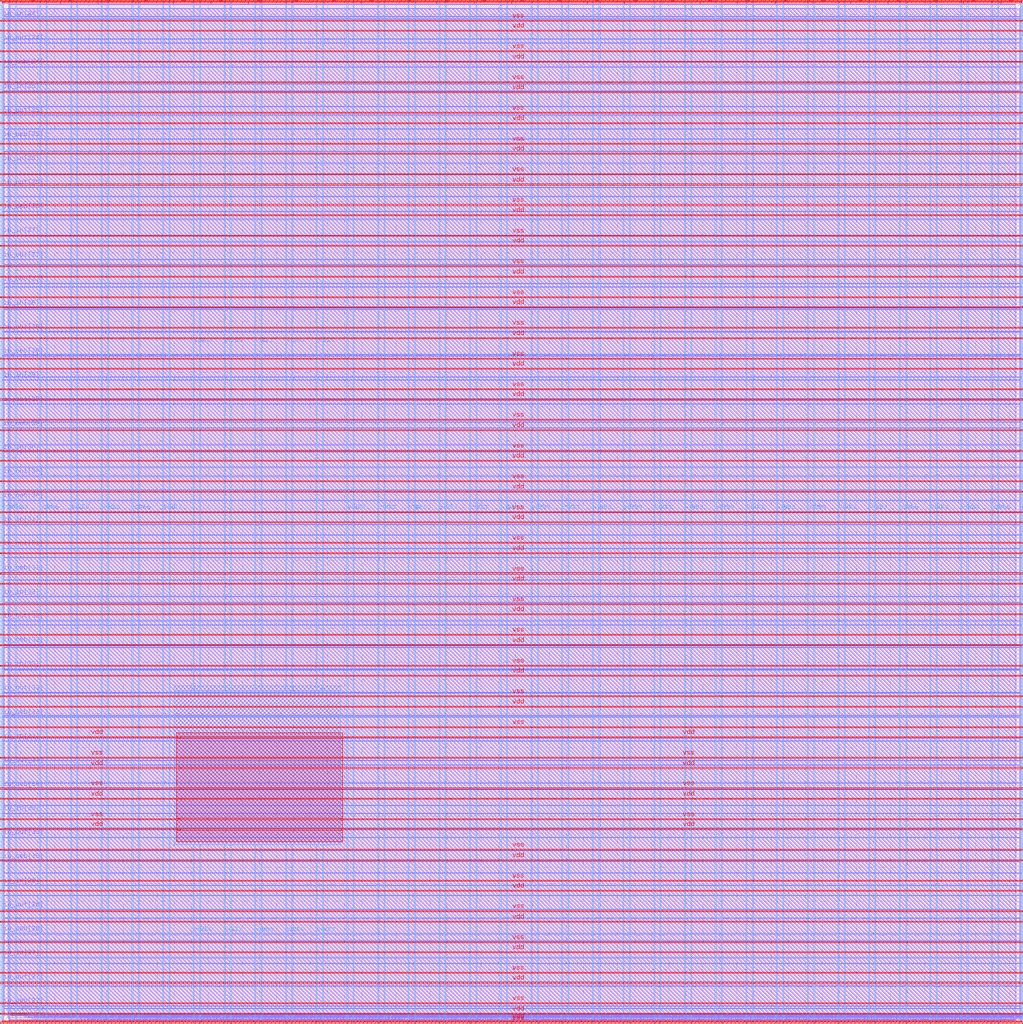
<source format=lef>
VERSION 5.7 ;
  NOWIREEXTENSIONATPIN ON ;
  DIVIDERCHAR "/" ;
  BUSBITCHARS "[]" ;
MACRO user_project_wrapper
  CLASS BLOCK ;
  FOREIGN user_project_wrapper ;
  ORIGIN 0.000 0.000 ;
  SIZE 2980.200 BY 2980.200 ;
  PIN io_in[0]
    DIRECTION INPUT ;
    USE SIGNAL ;
    PORT
      LAYER Metal3 ;
        RECT 2977.800 35.560 2985.000 36.680 ;
    END
  END io_in[0]
  PIN io_in[10]
    DIRECTION INPUT ;
    USE SIGNAL ;
    PORT
      LAYER Metal3 ;
        RECT 2977.800 2017.960 2985.000 2019.080 ;
    END
  END io_in[10]
  PIN io_in[11]
    DIRECTION INPUT ;
    USE SIGNAL ;
    PORT
      LAYER Metal3 ;
        RECT 2977.800 2216.200 2985.000 2217.320 ;
    END
  END io_in[11]
  PIN io_in[12]
    DIRECTION INPUT ;
    USE SIGNAL ;
    PORT
      LAYER Metal3 ;
        RECT 2977.800 2414.440 2985.000 2415.560 ;
    END
  END io_in[12]
  PIN io_in[13]
    DIRECTION INPUT ;
    USE SIGNAL ;
    PORT
      LAYER Metal3 ;
        RECT 2977.800 2612.680 2985.000 2613.800 ;
    END
  END io_in[13]
  PIN io_in[14]
    DIRECTION INPUT ;
    USE SIGNAL ;
    PORT
      LAYER Metal3 ;
        RECT 2977.800 2810.920 2985.000 2812.040 ;
    END
  END io_in[14]
  PIN io_in[15]
    DIRECTION INPUT ;
    USE SIGNAL ;
    PORT
      LAYER Metal2 ;
        RECT 2923.480 2977.800 2924.600 2985.000 ;
    END
  END io_in[15]
  PIN io_in[16]
    DIRECTION INPUT ;
    USE SIGNAL ;
    PORT
      LAYER Metal2 ;
        RECT 2592.520 2977.800 2593.640 2985.000 ;
    END
  END io_in[16]
  PIN io_in[17]
    DIRECTION INPUT ;
    USE SIGNAL ;
    PORT
      LAYER Metal2 ;
        RECT 2261.560 2977.800 2262.680 2985.000 ;
    END
  END io_in[17]
  PIN io_in[18]
    DIRECTION INPUT ;
    USE SIGNAL ;
    PORT
      LAYER Metal2 ;
        RECT 1930.600 2977.800 1931.720 2985.000 ;
    END
  END io_in[18]
  PIN io_in[19]
    DIRECTION INPUT ;
    USE SIGNAL ;
    PORT
      LAYER Metal2 ;
        RECT 1599.640 2977.800 1600.760 2985.000 ;
    END
  END io_in[19]
  PIN io_in[1]
    DIRECTION INPUT ;
    USE SIGNAL ;
    PORT
      LAYER Metal3 ;
        RECT 2977.800 233.800 2985.000 234.920 ;
    END
  END io_in[1]
  PIN io_in[20]
    DIRECTION INPUT ;
    USE SIGNAL ;
    PORT
      LAYER Metal2 ;
        RECT 1268.680 2977.800 1269.800 2985.000 ;
    END
  END io_in[20]
  PIN io_in[21]
    DIRECTION INPUT ;
    USE SIGNAL ;
    PORT
      LAYER Metal2 ;
        RECT 937.720 2977.800 938.840 2985.000 ;
    END
  END io_in[21]
  PIN io_in[22]
    DIRECTION INPUT ;
    USE SIGNAL ;
    PORT
      LAYER Metal2 ;
        RECT 606.760 2977.800 607.880 2985.000 ;
    END
  END io_in[22]
  PIN io_in[23]
    DIRECTION INPUT ;
    USE SIGNAL ;
    PORT
      LAYER Metal2 ;
        RECT 275.800 2977.800 276.920 2985.000 ;
    END
  END io_in[23]
  PIN io_in[24]
    DIRECTION INPUT ;
    USE SIGNAL ;
    PORT
      LAYER Metal3 ;
        RECT -4.800 2935.800 2.400 2936.920 ;
    END
  END io_in[24]
  PIN io_in[25]
    DIRECTION INPUT ;
    USE SIGNAL ;
    PORT
      LAYER Metal3 ;
        RECT -4.800 2724.120 2.400 2725.240 ;
    END
  END io_in[25]
  PIN io_in[26]
    DIRECTION INPUT ;
    USE SIGNAL ;
    PORT
      LAYER Metal3 ;
        RECT -4.800 2512.440 2.400 2513.560 ;
    END
  END io_in[26]
  PIN io_in[27]
    DIRECTION INPUT ;
    USE SIGNAL ;
    PORT
      LAYER Metal3 ;
        RECT -4.800 2300.760 2.400 2301.880 ;
    END
  END io_in[27]
  PIN io_in[28]
    DIRECTION INPUT ;
    USE SIGNAL ;
    PORT
      LAYER Metal3 ;
        RECT -4.800 2089.080 2.400 2090.200 ;
    END
  END io_in[28]
  PIN io_in[29]
    DIRECTION INPUT ;
    USE SIGNAL ;
    PORT
      LAYER Metal3 ;
        RECT -4.800 1877.400 2.400 1878.520 ;
    END
  END io_in[29]
  PIN io_in[2]
    DIRECTION INPUT ;
    USE SIGNAL ;
    PORT
      LAYER Metal3 ;
        RECT 2977.800 432.040 2985.000 433.160 ;
    END
  END io_in[2]
  PIN io_in[30]
    DIRECTION INPUT ;
    USE SIGNAL ;
    PORT
      LAYER Metal3 ;
        RECT -4.800 1665.720 2.400 1666.840 ;
    END
  END io_in[30]
  PIN io_in[31]
    DIRECTION INPUT ;
    USE SIGNAL ;
    PORT
      LAYER Metal3 ;
        RECT -4.800 1454.040 2.400 1455.160 ;
    END
  END io_in[31]
  PIN io_in[32]
    DIRECTION INPUT ;
    USE SIGNAL ;
    PORT
      LAYER Metal3 ;
        RECT -4.800 1242.360 2.400 1243.480 ;
    END
  END io_in[32]
  PIN io_in[33]
    DIRECTION INPUT ;
    USE SIGNAL ;
    PORT
      LAYER Metal3 ;
        RECT -4.800 1030.680 2.400 1031.800 ;
    END
  END io_in[33]
  PIN io_in[34]
    DIRECTION INPUT ;
    USE SIGNAL ;
    PORT
      LAYER Metal3 ;
        RECT -4.800 819.000 2.400 820.120 ;
    END
  END io_in[34]
  PIN io_in[35]
    DIRECTION INPUT ;
    USE SIGNAL ;
    PORT
      LAYER Metal3 ;
        RECT -4.800 607.320 2.400 608.440 ;
    END
  END io_in[35]
  PIN io_in[36]
    DIRECTION INPUT ;
    USE SIGNAL ;
    PORT
      LAYER Metal3 ;
        RECT -4.800 395.640 2.400 396.760 ;
    END
  END io_in[36]
  PIN io_in[37]
    DIRECTION INPUT ;
    USE SIGNAL ;
    PORT
      LAYER Metal3 ;
        RECT -4.800 183.960 2.400 185.080 ;
    END
  END io_in[37]
  PIN io_in[3]
    DIRECTION INPUT ;
    USE SIGNAL ;
    PORT
      LAYER Metal3 ;
        RECT 2977.800 630.280 2985.000 631.400 ;
    END
  END io_in[3]
  PIN io_in[4]
    DIRECTION INPUT ;
    USE SIGNAL ;
    PORT
      LAYER Metal3 ;
        RECT 2977.800 828.520 2985.000 829.640 ;
    END
  END io_in[4]
  PIN io_in[5]
    DIRECTION INPUT ;
    USE SIGNAL ;
    PORT
      LAYER Metal3 ;
        RECT 2977.800 1026.760 2985.000 1027.880 ;
    END
  END io_in[5]
  PIN io_in[6]
    DIRECTION INPUT ;
    USE SIGNAL ;
    PORT
      LAYER Metal3 ;
        RECT 2977.800 1225.000 2985.000 1226.120 ;
    END
  END io_in[6]
  PIN io_in[7]
    DIRECTION INPUT ;
    USE SIGNAL ;
    PORT
      LAYER Metal3 ;
        RECT 2977.800 1423.240 2985.000 1424.360 ;
    END
  END io_in[7]
  PIN io_in[8]
    DIRECTION INPUT ;
    USE SIGNAL ;
    PORT
      LAYER Metal3 ;
        RECT 2977.800 1621.480 2985.000 1622.600 ;
    END
  END io_in[8]
  PIN io_in[9]
    DIRECTION INPUT ;
    USE SIGNAL ;
    PORT
      LAYER Metal3 ;
        RECT 2977.800 1819.720 2985.000 1820.840 ;
    END
  END io_in[9]
  PIN io_oeb[0]
    DIRECTION OUTPUT TRISTATE ;
    USE SIGNAL ;
    PORT
      LAYER Metal3 ;
        RECT 2977.800 167.720 2985.000 168.840 ;
    END
  END io_oeb[0]
  PIN io_oeb[10]
    DIRECTION OUTPUT TRISTATE ;
    USE SIGNAL ;
    PORT
      LAYER Metal3 ;
        RECT 2977.800 2150.120 2985.000 2151.240 ;
    END
  END io_oeb[10]
  PIN io_oeb[11]
    DIRECTION OUTPUT TRISTATE ;
    USE SIGNAL ;
    PORT
      LAYER Metal3 ;
        RECT 2977.800 2348.360 2985.000 2349.480 ;
    END
  END io_oeb[11]
  PIN io_oeb[12]
    DIRECTION OUTPUT TRISTATE ;
    USE SIGNAL ;
    PORT
      LAYER Metal3 ;
        RECT 2977.800 2546.600 2985.000 2547.720 ;
    END
  END io_oeb[12]
  PIN io_oeb[13]
    DIRECTION OUTPUT TRISTATE ;
    USE SIGNAL ;
    PORT
      LAYER Metal3 ;
        RECT 2977.800 2744.840 2985.000 2745.960 ;
    END
  END io_oeb[13]
  PIN io_oeb[14]
    DIRECTION OUTPUT TRISTATE ;
    USE SIGNAL ;
    PORT
      LAYER Metal3 ;
        RECT 2977.800 2943.080 2985.000 2944.200 ;
    END
  END io_oeb[14]
  PIN io_oeb[15]
    DIRECTION OUTPUT TRISTATE ;
    USE SIGNAL ;
    PORT
      LAYER Metal2 ;
        RECT 2702.840 2977.800 2703.960 2985.000 ;
    END
  END io_oeb[15]
  PIN io_oeb[16]
    DIRECTION OUTPUT TRISTATE ;
    USE SIGNAL ;
    PORT
      LAYER Metal2 ;
        RECT 2371.880 2977.800 2373.000 2985.000 ;
    END
  END io_oeb[16]
  PIN io_oeb[17]
    DIRECTION OUTPUT TRISTATE ;
    USE SIGNAL ;
    PORT
      LAYER Metal2 ;
        RECT 2040.920 2977.800 2042.040 2985.000 ;
    END
  END io_oeb[17]
  PIN io_oeb[18]
    DIRECTION OUTPUT TRISTATE ;
    USE SIGNAL ;
    PORT
      LAYER Metal2 ;
        RECT 1709.960 2977.800 1711.080 2985.000 ;
    END
  END io_oeb[18]
  PIN io_oeb[19]
    DIRECTION OUTPUT TRISTATE ;
    USE SIGNAL ;
    PORT
      LAYER Metal2 ;
        RECT 1379.000 2977.800 1380.120 2985.000 ;
    END
  END io_oeb[19]
  PIN io_oeb[1]
    DIRECTION OUTPUT TRISTATE ;
    USE SIGNAL ;
    PORT
      LAYER Metal3 ;
        RECT 2977.800 365.960 2985.000 367.080 ;
    END
  END io_oeb[1]
  PIN io_oeb[20]
    DIRECTION OUTPUT TRISTATE ;
    USE SIGNAL ;
    PORT
      LAYER Metal2 ;
        RECT 1048.040 2977.800 1049.160 2985.000 ;
    END
  END io_oeb[20]
  PIN io_oeb[21]
    DIRECTION OUTPUT TRISTATE ;
    USE SIGNAL ;
    PORT
      LAYER Metal2 ;
        RECT 717.080 2977.800 718.200 2985.000 ;
    END
  END io_oeb[21]
  PIN io_oeb[22]
    DIRECTION OUTPUT TRISTATE ;
    USE SIGNAL ;
    PORT
      LAYER Metal2 ;
        RECT 386.120 2977.800 387.240 2985.000 ;
    END
  END io_oeb[22]
  PIN io_oeb[23]
    DIRECTION OUTPUT TRISTATE ;
    USE SIGNAL ;
    PORT
      LAYER Metal2 ;
        RECT 55.160 2977.800 56.280 2985.000 ;
    END
  END io_oeb[23]
  PIN io_oeb[24]
    DIRECTION OUTPUT TRISTATE ;
    USE SIGNAL ;
    PORT
      LAYER Metal3 ;
        RECT -4.800 2794.680 2.400 2795.800 ;
    END
  END io_oeb[24]
  PIN io_oeb[25]
    DIRECTION OUTPUT TRISTATE ;
    USE SIGNAL ;
    PORT
      LAYER Metal3 ;
        RECT -4.800 2583.000 2.400 2584.120 ;
    END
  END io_oeb[25]
  PIN io_oeb[26]
    DIRECTION OUTPUT TRISTATE ;
    USE SIGNAL ;
    PORT
      LAYER Metal3 ;
        RECT -4.800 2371.320 2.400 2372.440 ;
    END
  END io_oeb[26]
  PIN io_oeb[27]
    DIRECTION OUTPUT TRISTATE ;
    USE SIGNAL ;
    PORT
      LAYER Metal3 ;
        RECT -4.800 2159.640 2.400 2160.760 ;
    END
  END io_oeb[27]
  PIN io_oeb[28]
    DIRECTION OUTPUT TRISTATE ;
    USE SIGNAL ;
    PORT
      LAYER Metal3 ;
        RECT -4.800 1947.960 2.400 1949.080 ;
    END
  END io_oeb[28]
  PIN io_oeb[29]
    DIRECTION OUTPUT TRISTATE ;
    USE SIGNAL ;
    PORT
      LAYER Metal3 ;
        RECT -4.800 1736.280 2.400 1737.400 ;
    END
  END io_oeb[29]
  PIN io_oeb[2]
    DIRECTION OUTPUT TRISTATE ;
    USE SIGNAL ;
    PORT
      LAYER Metal3 ;
        RECT 2977.800 564.200 2985.000 565.320 ;
    END
  END io_oeb[2]
  PIN io_oeb[30]
    DIRECTION OUTPUT TRISTATE ;
    USE SIGNAL ;
    PORT
      LAYER Metal3 ;
        RECT -4.800 1524.600 2.400 1525.720 ;
    END
  END io_oeb[30]
  PIN io_oeb[31]
    DIRECTION OUTPUT TRISTATE ;
    USE SIGNAL ;
    PORT
      LAYER Metal3 ;
        RECT -4.800 1312.920 2.400 1314.040 ;
    END
  END io_oeb[31]
  PIN io_oeb[32]
    DIRECTION OUTPUT TRISTATE ;
    USE SIGNAL ;
    PORT
      LAYER Metal3 ;
        RECT -4.800 1101.240 2.400 1102.360 ;
    END
  END io_oeb[32]
  PIN io_oeb[33]
    DIRECTION OUTPUT TRISTATE ;
    USE SIGNAL ;
    PORT
      LAYER Metal3 ;
        RECT -4.800 889.560 2.400 890.680 ;
    END
  END io_oeb[33]
  PIN io_oeb[34]
    DIRECTION OUTPUT TRISTATE ;
    USE SIGNAL ;
    PORT
      LAYER Metal3 ;
        RECT -4.800 677.880 2.400 679.000 ;
    END
  END io_oeb[34]
  PIN io_oeb[35]
    DIRECTION OUTPUT TRISTATE ;
    USE SIGNAL ;
    PORT
      LAYER Metal3 ;
        RECT -4.800 466.200 2.400 467.320 ;
    END
  END io_oeb[35]
  PIN io_oeb[36]
    DIRECTION OUTPUT TRISTATE ;
    USE SIGNAL ;
    PORT
      LAYER Metal3 ;
        RECT -4.800 254.520 2.400 255.640 ;
    END
  END io_oeb[36]
  PIN io_oeb[37]
    DIRECTION OUTPUT TRISTATE ;
    USE SIGNAL ;
    PORT
      LAYER Metal3 ;
        RECT -4.800 42.840 2.400 43.960 ;
    END
  END io_oeb[37]
  PIN io_oeb[3]
    DIRECTION OUTPUT TRISTATE ;
    USE SIGNAL ;
    PORT
      LAYER Metal3 ;
        RECT 2977.800 762.440 2985.000 763.560 ;
    END
  END io_oeb[3]
  PIN io_oeb[4]
    DIRECTION OUTPUT TRISTATE ;
    USE SIGNAL ;
    PORT
      LAYER Metal3 ;
        RECT 2977.800 960.680 2985.000 961.800 ;
    END
  END io_oeb[4]
  PIN io_oeb[5]
    DIRECTION OUTPUT TRISTATE ;
    USE SIGNAL ;
    PORT
      LAYER Metal3 ;
        RECT 2977.800 1158.920 2985.000 1160.040 ;
    END
  END io_oeb[5]
  PIN io_oeb[6]
    DIRECTION OUTPUT TRISTATE ;
    USE SIGNAL ;
    PORT
      LAYER Metal3 ;
        RECT 2977.800 1357.160 2985.000 1358.280 ;
    END
  END io_oeb[6]
  PIN io_oeb[7]
    DIRECTION OUTPUT TRISTATE ;
    USE SIGNAL ;
    PORT
      LAYER Metal3 ;
        RECT 2977.800 1555.400 2985.000 1556.520 ;
    END
  END io_oeb[7]
  PIN io_oeb[8]
    DIRECTION OUTPUT TRISTATE ;
    USE SIGNAL ;
    PORT
      LAYER Metal3 ;
        RECT 2977.800 1753.640 2985.000 1754.760 ;
    END
  END io_oeb[8]
  PIN io_oeb[9]
    DIRECTION OUTPUT TRISTATE ;
    USE SIGNAL ;
    PORT
      LAYER Metal3 ;
        RECT 2977.800 1951.880 2985.000 1953.000 ;
    END
  END io_oeb[9]
  PIN io_out[0]
    DIRECTION OUTPUT TRISTATE ;
    USE SIGNAL ;
    PORT
      LAYER Metal3 ;
        RECT 2977.800 101.640 2985.000 102.760 ;
    END
  END io_out[0]
  PIN io_out[10]
    DIRECTION OUTPUT TRISTATE ;
    USE SIGNAL ;
    PORT
      LAYER Metal3 ;
        RECT 2977.800 2084.040 2985.000 2085.160 ;
    END
  END io_out[10]
  PIN io_out[11]
    DIRECTION OUTPUT TRISTATE ;
    USE SIGNAL ;
    PORT
      LAYER Metal3 ;
        RECT 2977.800 2282.280 2985.000 2283.400 ;
    END
  END io_out[11]
  PIN io_out[12]
    DIRECTION OUTPUT TRISTATE ;
    USE SIGNAL ;
    PORT
      LAYER Metal3 ;
        RECT 2977.800 2480.520 2985.000 2481.640 ;
    END
  END io_out[12]
  PIN io_out[13]
    DIRECTION OUTPUT TRISTATE ;
    USE SIGNAL ;
    PORT
      LAYER Metal3 ;
        RECT 2977.800 2678.760 2985.000 2679.880 ;
    END
  END io_out[13]
  PIN io_out[14]
    DIRECTION OUTPUT TRISTATE ;
    USE SIGNAL ;
    PORT
      LAYER Metal3 ;
        RECT 2977.800 2877.000 2985.000 2878.120 ;
    END
  END io_out[14]
  PIN io_out[15]
    DIRECTION OUTPUT TRISTATE ;
    USE SIGNAL ;
    PORT
      LAYER Metal2 ;
        RECT 2813.160 2977.800 2814.280 2985.000 ;
    END
  END io_out[15]
  PIN io_out[16]
    DIRECTION OUTPUT TRISTATE ;
    USE SIGNAL ;
    PORT
      LAYER Metal2 ;
        RECT 2482.200 2977.800 2483.320 2985.000 ;
    END
  END io_out[16]
  PIN io_out[17]
    DIRECTION OUTPUT TRISTATE ;
    USE SIGNAL ;
    PORT
      LAYER Metal2 ;
        RECT 2151.240 2977.800 2152.360 2985.000 ;
    END
  END io_out[17]
  PIN io_out[18]
    DIRECTION OUTPUT TRISTATE ;
    USE SIGNAL ;
    PORT
      LAYER Metal2 ;
        RECT 1820.280 2977.800 1821.400 2985.000 ;
    END
  END io_out[18]
  PIN io_out[19]
    DIRECTION OUTPUT TRISTATE ;
    USE SIGNAL ;
    PORT
      LAYER Metal2 ;
        RECT 1489.320 2977.800 1490.440 2985.000 ;
    END
  END io_out[19]
  PIN io_out[1]
    DIRECTION OUTPUT TRISTATE ;
    USE SIGNAL ;
    PORT
      LAYER Metal3 ;
        RECT 2977.800 299.880 2985.000 301.000 ;
    END
  END io_out[1]
  PIN io_out[20]
    DIRECTION OUTPUT TRISTATE ;
    USE SIGNAL ;
    PORT
      LAYER Metal2 ;
        RECT 1158.360 2977.800 1159.480 2985.000 ;
    END
  END io_out[20]
  PIN io_out[21]
    DIRECTION OUTPUT TRISTATE ;
    USE SIGNAL ;
    PORT
      LAYER Metal2 ;
        RECT 827.400 2977.800 828.520 2985.000 ;
    END
  END io_out[21]
  PIN io_out[22]
    DIRECTION OUTPUT TRISTATE ;
    USE SIGNAL ;
    PORT
      LAYER Metal2 ;
        RECT 496.440 2977.800 497.560 2985.000 ;
    END
  END io_out[22]
  PIN io_out[23]
    DIRECTION OUTPUT TRISTATE ;
    USE SIGNAL ;
    PORT
      LAYER Metal2 ;
        RECT 165.480 2977.800 166.600 2985.000 ;
    END
  END io_out[23]
  PIN io_out[24]
    DIRECTION OUTPUT TRISTATE ;
    USE SIGNAL ;
    PORT
      LAYER Metal3 ;
        RECT -4.800 2865.240 2.400 2866.360 ;
    END
  END io_out[24]
  PIN io_out[25]
    DIRECTION OUTPUT TRISTATE ;
    USE SIGNAL ;
    PORT
      LAYER Metal3 ;
        RECT -4.800 2653.560 2.400 2654.680 ;
    END
  END io_out[25]
  PIN io_out[26]
    DIRECTION OUTPUT TRISTATE ;
    USE SIGNAL ;
    PORT
      LAYER Metal3 ;
        RECT -4.800 2441.880 2.400 2443.000 ;
    END
  END io_out[26]
  PIN io_out[27]
    DIRECTION OUTPUT TRISTATE ;
    USE SIGNAL ;
    PORT
      LAYER Metal3 ;
        RECT -4.800 2230.200 2.400 2231.320 ;
    END
  END io_out[27]
  PIN io_out[28]
    DIRECTION OUTPUT TRISTATE ;
    USE SIGNAL ;
    PORT
      LAYER Metal3 ;
        RECT -4.800 2018.520 2.400 2019.640 ;
    END
  END io_out[28]
  PIN io_out[29]
    DIRECTION OUTPUT TRISTATE ;
    USE SIGNAL ;
    PORT
      LAYER Metal3 ;
        RECT -4.800 1806.840 2.400 1807.960 ;
    END
  END io_out[29]
  PIN io_out[2]
    DIRECTION OUTPUT TRISTATE ;
    USE SIGNAL ;
    PORT
      LAYER Metal3 ;
        RECT 2977.800 498.120 2985.000 499.240 ;
    END
  END io_out[2]
  PIN io_out[30]
    DIRECTION OUTPUT TRISTATE ;
    USE SIGNAL ;
    PORT
      LAYER Metal3 ;
        RECT -4.800 1595.160 2.400 1596.280 ;
    END
  END io_out[30]
  PIN io_out[31]
    DIRECTION OUTPUT TRISTATE ;
    USE SIGNAL ;
    PORT
      LAYER Metal3 ;
        RECT -4.800 1383.480 2.400 1384.600 ;
    END
  END io_out[31]
  PIN io_out[32]
    DIRECTION OUTPUT TRISTATE ;
    USE SIGNAL ;
    PORT
      LAYER Metal3 ;
        RECT -4.800 1171.800 2.400 1172.920 ;
    END
  END io_out[32]
  PIN io_out[33]
    DIRECTION OUTPUT TRISTATE ;
    USE SIGNAL ;
    PORT
      LAYER Metal3 ;
        RECT -4.800 960.120 2.400 961.240 ;
    END
  END io_out[33]
  PIN io_out[34]
    DIRECTION OUTPUT TRISTATE ;
    USE SIGNAL ;
    PORT
      LAYER Metal3 ;
        RECT -4.800 748.440 2.400 749.560 ;
    END
  END io_out[34]
  PIN io_out[35]
    DIRECTION OUTPUT TRISTATE ;
    USE SIGNAL ;
    PORT
      LAYER Metal3 ;
        RECT -4.800 536.760 2.400 537.880 ;
    END
  END io_out[35]
  PIN io_out[36]
    DIRECTION OUTPUT TRISTATE ;
    USE SIGNAL ;
    PORT
      LAYER Metal3 ;
        RECT -4.800 325.080 2.400 326.200 ;
    END
  END io_out[36]
  PIN io_out[37]
    DIRECTION OUTPUT TRISTATE ;
    USE SIGNAL ;
    PORT
      LAYER Metal3 ;
        RECT -4.800 113.400 2.400 114.520 ;
    END
  END io_out[37]
  PIN io_out[3]
    DIRECTION OUTPUT TRISTATE ;
    USE SIGNAL ;
    PORT
      LAYER Metal3 ;
        RECT 2977.800 696.360 2985.000 697.480 ;
    END
  END io_out[3]
  PIN io_out[4]
    DIRECTION OUTPUT TRISTATE ;
    USE SIGNAL ;
    PORT
      LAYER Metal3 ;
        RECT 2977.800 894.600 2985.000 895.720 ;
    END
  END io_out[4]
  PIN io_out[5]
    DIRECTION OUTPUT TRISTATE ;
    USE SIGNAL ;
    PORT
      LAYER Metal3 ;
        RECT 2977.800 1092.840 2985.000 1093.960 ;
    END
  END io_out[5]
  PIN io_out[6]
    DIRECTION OUTPUT TRISTATE ;
    USE SIGNAL ;
    PORT
      LAYER Metal3 ;
        RECT 2977.800 1291.080 2985.000 1292.200 ;
    END
  END io_out[6]
  PIN io_out[7]
    DIRECTION OUTPUT TRISTATE ;
    USE SIGNAL ;
    PORT
      LAYER Metal3 ;
        RECT 2977.800 1489.320 2985.000 1490.440 ;
    END
  END io_out[7]
  PIN io_out[8]
    DIRECTION OUTPUT TRISTATE ;
    USE SIGNAL ;
    PORT
      LAYER Metal3 ;
        RECT 2977.800 1687.560 2985.000 1688.680 ;
    END
  END io_out[8]
  PIN io_out[9]
    DIRECTION OUTPUT TRISTATE ;
    USE SIGNAL ;
    PORT
      LAYER Metal3 ;
        RECT 2977.800 1885.800 2985.000 1886.920 ;
    END
  END io_out[9]
  PIN la_data_in[0]
    DIRECTION INPUT ;
    USE SIGNAL ;
    PORT
      LAYER Metal2 ;
        RECT 1065.960 -4.800 1067.080 2.400 ;
    END
  END la_data_in[0]
  PIN la_data_in[10]
    DIRECTION INPUT ;
    USE SIGNAL ;
    PORT
      LAYER Metal2 ;
        RECT 1351.560 -4.800 1352.680 2.400 ;
    END
  END la_data_in[10]
  PIN la_data_in[11]
    DIRECTION INPUT ;
    USE SIGNAL ;
    PORT
      LAYER Metal2 ;
        RECT 1380.120 -4.800 1381.240 2.400 ;
    END
  END la_data_in[11]
  PIN la_data_in[12]
    DIRECTION INPUT ;
    USE SIGNAL ;
    PORT
      LAYER Metal2 ;
        RECT 1408.680 -4.800 1409.800 2.400 ;
    END
  END la_data_in[12]
  PIN la_data_in[13]
    DIRECTION INPUT ;
    USE SIGNAL ;
    PORT
      LAYER Metal2 ;
        RECT 1437.240 -4.800 1438.360 2.400 ;
    END
  END la_data_in[13]
  PIN la_data_in[14]
    DIRECTION INPUT ;
    USE SIGNAL ;
    PORT
      LAYER Metal2 ;
        RECT 1465.800 -4.800 1466.920 2.400 ;
    END
  END la_data_in[14]
  PIN la_data_in[15]
    DIRECTION INPUT ;
    USE SIGNAL ;
    PORT
      LAYER Metal2 ;
        RECT 1494.360 -4.800 1495.480 2.400 ;
    END
  END la_data_in[15]
  PIN la_data_in[16]
    DIRECTION INPUT ;
    USE SIGNAL ;
    PORT
      LAYER Metal2 ;
        RECT 1522.920 -4.800 1524.040 2.400 ;
    END
  END la_data_in[16]
  PIN la_data_in[17]
    DIRECTION INPUT ;
    USE SIGNAL ;
    PORT
      LAYER Metal2 ;
        RECT 1551.480 -4.800 1552.600 2.400 ;
    END
  END la_data_in[17]
  PIN la_data_in[18]
    DIRECTION INPUT ;
    USE SIGNAL ;
    PORT
      LAYER Metal2 ;
        RECT 1580.040 -4.800 1581.160 2.400 ;
    END
  END la_data_in[18]
  PIN la_data_in[19]
    DIRECTION INPUT ;
    USE SIGNAL ;
    PORT
      LAYER Metal2 ;
        RECT 1608.600 -4.800 1609.720 2.400 ;
    END
  END la_data_in[19]
  PIN la_data_in[1]
    DIRECTION INPUT ;
    USE SIGNAL ;
    PORT
      LAYER Metal2 ;
        RECT 1094.520 -4.800 1095.640 2.400 ;
    END
  END la_data_in[1]
  PIN la_data_in[20]
    DIRECTION INPUT ;
    USE SIGNAL ;
    PORT
      LAYER Metal2 ;
        RECT 1637.160 -4.800 1638.280 2.400 ;
    END
  END la_data_in[20]
  PIN la_data_in[21]
    DIRECTION INPUT ;
    USE SIGNAL ;
    PORT
      LAYER Metal2 ;
        RECT 1665.720 -4.800 1666.840 2.400 ;
    END
  END la_data_in[21]
  PIN la_data_in[22]
    DIRECTION INPUT ;
    USE SIGNAL ;
    PORT
      LAYER Metal2 ;
        RECT 1694.280 -4.800 1695.400 2.400 ;
    END
  END la_data_in[22]
  PIN la_data_in[23]
    DIRECTION INPUT ;
    USE SIGNAL ;
    PORT
      LAYER Metal2 ;
        RECT 1722.840 -4.800 1723.960 2.400 ;
    END
  END la_data_in[23]
  PIN la_data_in[24]
    DIRECTION INPUT ;
    USE SIGNAL ;
    PORT
      LAYER Metal2 ;
        RECT 1751.400 -4.800 1752.520 2.400 ;
    END
  END la_data_in[24]
  PIN la_data_in[25]
    DIRECTION INPUT ;
    USE SIGNAL ;
    PORT
      LAYER Metal2 ;
        RECT 1779.960 -4.800 1781.080 2.400 ;
    END
  END la_data_in[25]
  PIN la_data_in[26]
    DIRECTION INPUT ;
    USE SIGNAL ;
    PORT
      LAYER Metal2 ;
        RECT 1808.520 -4.800 1809.640 2.400 ;
    END
  END la_data_in[26]
  PIN la_data_in[27]
    DIRECTION INPUT ;
    USE SIGNAL ;
    PORT
      LAYER Metal2 ;
        RECT 1837.080 -4.800 1838.200 2.400 ;
    END
  END la_data_in[27]
  PIN la_data_in[28]
    DIRECTION INPUT ;
    USE SIGNAL ;
    PORT
      LAYER Metal2 ;
        RECT 1865.640 -4.800 1866.760 2.400 ;
    END
  END la_data_in[28]
  PIN la_data_in[29]
    DIRECTION INPUT ;
    USE SIGNAL ;
    PORT
      LAYER Metal2 ;
        RECT 1894.200 -4.800 1895.320 2.400 ;
    END
  END la_data_in[29]
  PIN la_data_in[2]
    DIRECTION INPUT ;
    USE SIGNAL ;
    PORT
      LAYER Metal2 ;
        RECT 1123.080 -4.800 1124.200 2.400 ;
    END
  END la_data_in[2]
  PIN la_data_in[30]
    DIRECTION INPUT ;
    USE SIGNAL ;
    PORT
      LAYER Metal2 ;
        RECT 1922.760 -4.800 1923.880 2.400 ;
    END
  END la_data_in[30]
  PIN la_data_in[31]
    DIRECTION INPUT ;
    USE SIGNAL ;
    PORT
      LAYER Metal2 ;
        RECT 1951.320 -4.800 1952.440 2.400 ;
    END
  END la_data_in[31]
  PIN la_data_in[32]
    DIRECTION INPUT ;
    USE SIGNAL ;
    PORT
      LAYER Metal2 ;
        RECT 1979.880 -4.800 1981.000 2.400 ;
    END
  END la_data_in[32]
  PIN la_data_in[33]
    DIRECTION INPUT ;
    USE SIGNAL ;
    PORT
      LAYER Metal2 ;
        RECT 2008.440 -4.800 2009.560 2.400 ;
    END
  END la_data_in[33]
  PIN la_data_in[34]
    DIRECTION INPUT ;
    USE SIGNAL ;
    PORT
      LAYER Metal2 ;
        RECT 2037.000 -4.800 2038.120 2.400 ;
    END
  END la_data_in[34]
  PIN la_data_in[35]
    DIRECTION INPUT ;
    USE SIGNAL ;
    PORT
      LAYER Metal2 ;
        RECT 2065.560 -4.800 2066.680 2.400 ;
    END
  END la_data_in[35]
  PIN la_data_in[36]
    DIRECTION INPUT ;
    USE SIGNAL ;
    PORT
      LAYER Metal2 ;
        RECT 2094.120 -4.800 2095.240 2.400 ;
    END
  END la_data_in[36]
  PIN la_data_in[37]
    DIRECTION INPUT ;
    USE SIGNAL ;
    PORT
      LAYER Metal2 ;
        RECT 2122.680 -4.800 2123.800 2.400 ;
    END
  END la_data_in[37]
  PIN la_data_in[38]
    DIRECTION INPUT ;
    USE SIGNAL ;
    PORT
      LAYER Metal2 ;
        RECT 2151.240 -4.800 2152.360 2.400 ;
    END
  END la_data_in[38]
  PIN la_data_in[39]
    DIRECTION INPUT ;
    USE SIGNAL ;
    PORT
      LAYER Metal2 ;
        RECT 2179.800 -4.800 2180.920 2.400 ;
    END
  END la_data_in[39]
  PIN la_data_in[3]
    DIRECTION INPUT ;
    USE SIGNAL ;
    PORT
      LAYER Metal2 ;
        RECT 1151.640 -4.800 1152.760 2.400 ;
    END
  END la_data_in[3]
  PIN la_data_in[40]
    DIRECTION INPUT ;
    USE SIGNAL ;
    PORT
      LAYER Metal2 ;
        RECT 2208.360 -4.800 2209.480 2.400 ;
    END
  END la_data_in[40]
  PIN la_data_in[41]
    DIRECTION INPUT ;
    USE SIGNAL ;
    PORT
      LAYER Metal2 ;
        RECT 2236.920 -4.800 2238.040 2.400 ;
    END
  END la_data_in[41]
  PIN la_data_in[42]
    DIRECTION INPUT ;
    USE SIGNAL ;
    PORT
      LAYER Metal2 ;
        RECT 2265.480 -4.800 2266.600 2.400 ;
    END
  END la_data_in[42]
  PIN la_data_in[43]
    DIRECTION INPUT ;
    USE SIGNAL ;
    PORT
      LAYER Metal2 ;
        RECT 2294.040 -4.800 2295.160 2.400 ;
    END
  END la_data_in[43]
  PIN la_data_in[44]
    DIRECTION INPUT ;
    USE SIGNAL ;
    PORT
      LAYER Metal2 ;
        RECT 2322.600 -4.800 2323.720 2.400 ;
    END
  END la_data_in[44]
  PIN la_data_in[45]
    DIRECTION INPUT ;
    USE SIGNAL ;
    PORT
      LAYER Metal2 ;
        RECT 2351.160 -4.800 2352.280 2.400 ;
    END
  END la_data_in[45]
  PIN la_data_in[46]
    DIRECTION INPUT ;
    USE SIGNAL ;
    PORT
      LAYER Metal2 ;
        RECT 2379.720 -4.800 2380.840 2.400 ;
    END
  END la_data_in[46]
  PIN la_data_in[47]
    DIRECTION INPUT ;
    USE SIGNAL ;
    PORT
      LAYER Metal2 ;
        RECT 2408.280 -4.800 2409.400 2.400 ;
    END
  END la_data_in[47]
  PIN la_data_in[48]
    DIRECTION INPUT ;
    USE SIGNAL ;
    PORT
      LAYER Metal2 ;
        RECT 2436.840 -4.800 2437.960 2.400 ;
    END
  END la_data_in[48]
  PIN la_data_in[49]
    DIRECTION INPUT ;
    USE SIGNAL ;
    PORT
      LAYER Metal2 ;
        RECT 2465.400 -4.800 2466.520 2.400 ;
    END
  END la_data_in[49]
  PIN la_data_in[4]
    DIRECTION INPUT ;
    USE SIGNAL ;
    PORT
      LAYER Metal2 ;
        RECT 1180.200 -4.800 1181.320 2.400 ;
    END
  END la_data_in[4]
  PIN la_data_in[50]
    DIRECTION INPUT ;
    USE SIGNAL ;
    PORT
      LAYER Metal2 ;
        RECT 2493.960 -4.800 2495.080 2.400 ;
    END
  END la_data_in[50]
  PIN la_data_in[51]
    DIRECTION INPUT ;
    USE SIGNAL ;
    PORT
      LAYER Metal2 ;
        RECT 2522.520 -4.800 2523.640 2.400 ;
    END
  END la_data_in[51]
  PIN la_data_in[52]
    DIRECTION INPUT ;
    USE SIGNAL ;
    PORT
      LAYER Metal2 ;
        RECT 2551.080 -4.800 2552.200 2.400 ;
    END
  END la_data_in[52]
  PIN la_data_in[53]
    DIRECTION INPUT ;
    USE SIGNAL ;
    PORT
      LAYER Metal2 ;
        RECT 2579.640 -4.800 2580.760 2.400 ;
    END
  END la_data_in[53]
  PIN la_data_in[54]
    DIRECTION INPUT ;
    USE SIGNAL ;
    PORT
      LAYER Metal2 ;
        RECT 2608.200 -4.800 2609.320 2.400 ;
    END
  END la_data_in[54]
  PIN la_data_in[55]
    DIRECTION INPUT ;
    USE SIGNAL ;
    PORT
      LAYER Metal2 ;
        RECT 2636.760 -4.800 2637.880 2.400 ;
    END
  END la_data_in[55]
  PIN la_data_in[56]
    DIRECTION INPUT ;
    USE SIGNAL ;
    PORT
      LAYER Metal2 ;
        RECT 2665.320 -4.800 2666.440 2.400 ;
    END
  END la_data_in[56]
  PIN la_data_in[57]
    DIRECTION INPUT ;
    USE SIGNAL ;
    PORT
      LAYER Metal2 ;
        RECT 2693.880 -4.800 2695.000 2.400 ;
    END
  END la_data_in[57]
  PIN la_data_in[58]
    DIRECTION INPUT ;
    USE SIGNAL ;
    PORT
      LAYER Metal2 ;
        RECT 2722.440 -4.800 2723.560 2.400 ;
    END
  END la_data_in[58]
  PIN la_data_in[59]
    DIRECTION INPUT ;
    USE SIGNAL ;
    PORT
      LAYER Metal2 ;
        RECT 2751.000 -4.800 2752.120 2.400 ;
    END
  END la_data_in[59]
  PIN la_data_in[5]
    DIRECTION INPUT ;
    USE SIGNAL ;
    PORT
      LAYER Metal2 ;
        RECT 1208.760 -4.800 1209.880 2.400 ;
    END
  END la_data_in[5]
  PIN la_data_in[60]
    DIRECTION INPUT ;
    USE SIGNAL ;
    PORT
      LAYER Metal2 ;
        RECT 2779.560 -4.800 2780.680 2.400 ;
    END
  END la_data_in[60]
  PIN la_data_in[61]
    DIRECTION INPUT ;
    USE SIGNAL ;
    PORT
      LAYER Metal2 ;
        RECT 2808.120 -4.800 2809.240 2.400 ;
    END
  END la_data_in[61]
  PIN la_data_in[62]
    DIRECTION INPUT ;
    USE SIGNAL ;
    PORT
      LAYER Metal2 ;
        RECT 2836.680 -4.800 2837.800 2.400 ;
    END
  END la_data_in[62]
  PIN la_data_in[63]
    DIRECTION INPUT ;
    USE SIGNAL ;
    PORT
      LAYER Metal2 ;
        RECT 2865.240 -4.800 2866.360 2.400 ;
    END
  END la_data_in[63]
  PIN la_data_in[6]
    DIRECTION INPUT ;
    USE SIGNAL ;
    PORT
      LAYER Metal2 ;
        RECT 1237.320 -4.800 1238.440 2.400 ;
    END
  END la_data_in[6]
  PIN la_data_in[7]
    DIRECTION INPUT ;
    USE SIGNAL ;
    PORT
      LAYER Metal2 ;
        RECT 1265.880 -4.800 1267.000 2.400 ;
    END
  END la_data_in[7]
  PIN la_data_in[8]
    DIRECTION INPUT ;
    USE SIGNAL ;
    PORT
      LAYER Metal2 ;
        RECT 1294.440 -4.800 1295.560 2.400 ;
    END
  END la_data_in[8]
  PIN la_data_in[9]
    DIRECTION INPUT ;
    USE SIGNAL ;
    PORT
      LAYER Metal2 ;
        RECT 1323.000 -4.800 1324.120 2.400 ;
    END
  END la_data_in[9]
  PIN la_data_out[0]
    DIRECTION OUTPUT TRISTATE ;
    USE SIGNAL ;
    PORT
      LAYER Metal2 ;
        RECT 1075.480 -4.800 1076.600 2.400 ;
    END
  END la_data_out[0]
  PIN la_data_out[10]
    DIRECTION OUTPUT TRISTATE ;
    USE SIGNAL ;
    PORT
      LAYER Metal2 ;
        RECT 1361.080 -4.800 1362.200 2.400 ;
    END
  END la_data_out[10]
  PIN la_data_out[11]
    DIRECTION OUTPUT TRISTATE ;
    USE SIGNAL ;
    PORT
      LAYER Metal2 ;
        RECT 1389.640 -4.800 1390.760 2.400 ;
    END
  END la_data_out[11]
  PIN la_data_out[12]
    DIRECTION OUTPUT TRISTATE ;
    USE SIGNAL ;
    PORT
      LAYER Metal2 ;
        RECT 1418.200 -4.800 1419.320 2.400 ;
    END
  END la_data_out[12]
  PIN la_data_out[13]
    DIRECTION OUTPUT TRISTATE ;
    USE SIGNAL ;
    PORT
      LAYER Metal2 ;
        RECT 1446.760 -4.800 1447.880 2.400 ;
    END
  END la_data_out[13]
  PIN la_data_out[14]
    DIRECTION OUTPUT TRISTATE ;
    USE SIGNAL ;
    PORT
      LAYER Metal2 ;
        RECT 1475.320 -4.800 1476.440 2.400 ;
    END
  END la_data_out[14]
  PIN la_data_out[15]
    DIRECTION OUTPUT TRISTATE ;
    USE SIGNAL ;
    PORT
      LAYER Metal2 ;
        RECT 1503.880 -4.800 1505.000 2.400 ;
    END
  END la_data_out[15]
  PIN la_data_out[16]
    DIRECTION OUTPUT TRISTATE ;
    USE SIGNAL ;
    PORT
      LAYER Metal2 ;
        RECT 1532.440 -4.800 1533.560 2.400 ;
    END
  END la_data_out[16]
  PIN la_data_out[17]
    DIRECTION OUTPUT TRISTATE ;
    USE SIGNAL ;
    PORT
      LAYER Metal2 ;
        RECT 1561.000 -4.800 1562.120 2.400 ;
    END
  END la_data_out[17]
  PIN la_data_out[18]
    DIRECTION OUTPUT TRISTATE ;
    USE SIGNAL ;
    PORT
      LAYER Metal2 ;
        RECT 1589.560 -4.800 1590.680 2.400 ;
    END
  END la_data_out[18]
  PIN la_data_out[19]
    DIRECTION OUTPUT TRISTATE ;
    USE SIGNAL ;
    PORT
      LAYER Metal2 ;
        RECT 1618.120 -4.800 1619.240 2.400 ;
    END
  END la_data_out[19]
  PIN la_data_out[1]
    DIRECTION OUTPUT TRISTATE ;
    USE SIGNAL ;
    PORT
      LAYER Metal2 ;
        RECT 1104.040 -4.800 1105.160 2.400 ;
    END
  END la_data_out[1]
  PIN la_data_out[20]
    DIRECTION OUTPUT TRISTATE ;
    USE SIGNAL ;
    PORT
      LAYER Metal2 ;
        RECT 1646.680 -4.800 1647.800 2.400 ;
    END
  END la_data_out[20]
  PIN la_data_out[21]
    DIRECTION OUTPUT TRISTATE ;
    USE SIGNAL ;
    PORT
      LAYER Metal2 ;
        RECT 1675.240 -4.800 1676.360 2.400 ;
    END
  END la_data_out[21]
  PIN la_data_out[22]
    DIRECTION OUTPUT TRISTATE ;
    USE SIGNAL ;
    PORT
      LAYER Metal2 ;
        RECT 1703.800 -4.800 1704.920 2.400 ;
    END
  END la_data_out[22]
  PIN la_data_out[23]
    DIRECTION OUTPUT TRISTATE ;
    USE SIGNAL ;
    PORT
      LAYER Metal2 ;
        RECT 1732.360 -4.800 1733.480 2.400 ;
    END
  END la_data_out[23]
  PIN la_data_out[24]
    DIRECTION OUTPUT TRISTATE ;
    USE SIGNAL ;
    PORT
      LAYER Metal2 ;
        RECT 1760.920 -4.800 1762.040 2.400 ;
    END
  END la_data_out[24]
  PIN la_data_out[25]
    DIRECTION OUTPUT TRISTATE ;
    USE SIGNAL ;
    PORT
      LAYER Metal2 ;
        RECT 1789.480 -4.800 1790.600 2.400 ;
    END
  END la_data_out[25]
  PIN la_data_out[26]
    DIRECTION OUTPUT TRISTATE ;
    USE SIGNAL ;
    PORT
      LAYER Metal2 ;
        RECT 1818.040 -4.800 1819.160 2.400 ;
    END
  END la_data_out[26]
  PIN la_data_out[27]
    DIRECTION OUTPUT TRISTATE ;
    USE SIGNAL ;
    PORT
      LAYER Metal2 ;
        RECT 1846.600 -4.800 1847.720 2.400 ;
    END
  END la_data_out[27]
  PIN la_data_out[28]
    DIRECTION OUTPUT TRISTATE ;
    USE SIGNAL ;
    PORT
      LAYER Metal2 ;
        RECT 1875.160 -4.800 1876.280 2.400 ;
    END
  END la_data_out[28]
  PIN la_data_out[29]
    DIRECTION OUTPUT TRISTATE ;
    USE SIGNAL ;
    PORT
      LAYER Metal2 ;
        RECT 1903.720 -4.800 1904.840 2.400 ;
    END
  END la_data_out[29]
  PIN la_data_out[2]
    DIRECTION OUTPUT TRISTATE ;
    USE SIGNAL ;
    PORT
      LAYER Metal2 ;
        RECT 1132.600 -4.800 1133.720 2.400 ;
    END
  END la_data_out[2]
  PIN la_data_out[30]
    DIRECTION OUTPUT TRISTATE ;
    USE SIGNAL ;
    PORT
      LAYER Metal2 ;
        RECT 1932.280 -4.800 1933.400 2.400 ;
    END
  END la_data_out[30]
  PIN la_data_out[31]
    DIRECTION OUTPUT TRISTATE ;
    USE SIGNAL ;
    PORT
      LAYER Metal2 ;
        RECT 1960.840 -4.800 1961.960 2.400 ;
    END
  END la_data_out[31]
  PIN la_data_out[32]
    DIRECTION OUTPUT TRISTATE ;
    USE SIGNAL ;
    PORT
      LAYER Metal2 ;
        RECT 1989.400 -4.800 1990.520 2.400 ;
    END
  END la_data_out[32]
  PIN la_data_out[33]
    DIRECTION OUTPUT TRISTATE ;
    USE SIGNAL ;
    PORT
      LAYER Metal2 ;
        RECT 2017.960 -4.800 2019.080 2.400 ;
    END
  END la_data_out[33]
  PIN la_data_out[34]
    DIRECTION OUTPUT TRISTATE ;
    USE SIGNAL ;
    PORT
      LAYER Metal2 ;
        RECT 2046.520 -4.800 2047.640 2.400 ;
    END
  END la_data_out[34]
  PIN la_data_out[35]
    DIRECTION OUTPUT TRISTATE ;
    USE SIGNAL ;
    PORT
      LAYER Metal2 ;
        RECT 2075.080 -4.800 2076.200 2.400 ;
    END
  END la_data_out[35]
  PIN la_data_out[36]
    DIRECTION OUTPUT TRISTATE ;
    USE SIGNAL ;
    PORT
      LAYER Metal2 ;
        RECT 2103.640 -4.800 2104.760 2.400 ;
    END
  END la_data_out[36]
  PIN la_data_out[37]
    DIRECTION OUTPUT TRISTATE ;
    USE SIGNAL ;
    PORT
      LAYER Metal2 ;
        RECT 2132.200 -4.800 2133.320 2.400 ;
    END
  END la_data_out[37]
  PIN la_data_out[38]
    DIRECTION OUTPUT TRISTATE ;
    USE SIGNAL ;
    PORT
      LAYER Metal2 ;
        RECT 2160.760 -4.800 2161.880 2.400 ;
    END
  END la_data_out[38]
  PIN la_data_out[39]
    DIRECTION OUTPUT TRISTATE ;
    USE SIGNAL ;
    PORT
      LAYER Metal2 ;
        RECT 2189.320 -4.800 2190.440 2.400 ;
    END
  END la_data_out[39]
  PIN la_data_out[3]
    DIRECTION OUTPUT TRISTATE ;
    USE SIGNAL ;
    PORT
      LAYER Metal2 ;
        RECT 1161.160 -4.800 1162.280 2.400 ;
    END
  END la_data_out[3]
  PIN la_data_out[40]
    DIRECTION OUTPUT TRISTATE ;
    USE SIGNAL ;
    PORT
      LAYER Metal2 ;
        RECT 2217.880 -4.800 2219.000 2.400 ;
    END
  END la_data_out[40]
  PIN la_data_out[41]
    DIRECTION OUTPUT TRISTATE ;
    USE SIGNAL ;
    PORT
      LAYER Metal2 ;
        RECT 2246.440 -4.800 2247.560 2.400 ;
    END
  END la_data_out[41]
  PIN la_data_out[42]
    DIRECTION OUTPUT TRISTATE ;
    USE SIGNAL ;
    PORT
      LAYER Metal2 ;
        RECT 2275.000 -4.800 2276.120 2.400 ;
    END
  END la_data_out[42]
  PIN la_data_out[43]
    DIRECTION OUTPUT TRISTATE ;
    USE SIGNAL ;
    PORT
      LAYER Metal2 ;
        RECT 2303.560 -4.800 2304.680 2.400 ;
    END
  END la_data_out[43]
  PIN la_data_out[44]
    DIRECTION OUTPUT TRISTATE ;
    USE SIGNAL ;
    PORT
      LAYER Metal2 ;
        RECT 2332.120 -4.800 2333.240 2.400 ;
    END
  END la_data_out[44]
  PIN la_data_out[45]
    DIRECTION OUTPUT TRISTATE ;
    USE SIGNAL ;
    PORT
      LAYER Metal2 ;
        RECT 2360.680 -4.800 2361.800 2.400 ;
    END
  END la_data_out[45]
  PIN la_data_out[46]
    DIRECTION OUTPUT TRISTATE ;
    USE SIGNAL ;
    PORT
      LAYER Metal2 ;
        RECT 2389.240 -4.800 2390.360 2.400 ;
    END
  END la_data_out[46]
  PIN la_data_out[47]
    DIRECTION OUTPUT TRISTATE ;
    USE SIGNAL ;
    PORT
      LAYER Metal2 ;
        RECT 2417.800 -4.800 2418.920 2.400 ;
    END
  END la_data_out[47]
  PIN la_data_out[48]
    DIRECTION OUTPUT TRISTATE ;
    USE SIGNAL ;
    PORT
      LAYER Metal2 ;
        RECT 2446.360 -4.800 2447.480 2.400 ;
    END
  END la_data_out[48]
  PIN la_data_out[49]
    DIRECTION OUTPUT TRISTATE ;
    USE SIGNAL ;
    PORT
      LAYER Metal2 ;
        RECT 2474.920 -4.800 2476.040 2.400 ;
    END
  END la_data_out[49]
  PIN la_data_out[4]
    DIRECTION OUTPUT TRISTATE ;
    USE SIGNAL ;
    PORT
      LAYER Metal2 ;
        RECT 1189.720 -4.800 1190.840 2.400 ;
    END
  END la_data_out[4]
  PIN la_data_out[50]
    DIRECTION OUTPUT TRISTATE ;
    USE SIGNAL ;
    PORT
      LAYER Metal2 ;
        RECT 2503.480 -4.800 2504.600 2.400 ;
    END
  END la_data_out[50]
  PIN la_data_out[51]
    DIRECTION OUTPUT TRISTATE ;
    USE SIGNAL ;
    PORT
      LAYER Metal2 ;
        RECT 2532.040 -4.800 2533.160 2.400 ;
    END
  END la_data_out[51]
  PIN la_data_out[52]
    DIRECTION OUTPUT TRISTATE ;
    USE SIGNAL ;
    PORT
      LAYER Metal2 ;
        RECT 2560.600 -4.800 2561.720 2.400 ;
    END
  END la_data_out[52]
  PIN la_data_out[53]
    DIRECTION OUTPUT TRISTATE ;
    USE SIGNAL ;
    PORT
      LAYER Metal2 ;
        RECT 2589.160 -4.800 2590.280 2.400 ;
    END
  END la_data_out[53]
  PIN la_data_out[54]
    DIRECTION OUTPUT TRISTATE ;
    USE SIGNAL ;
    PORT
      LAYER Metal2 ;
        RECT 2617.720 -4.800 2618.840 2.400 ;
    END
  END la_data_out[54]
  PIN la_data_out[55]
    DIRECTION OUTPUT TRISTATE ;
    USE SIGNAL ;
    PORT
      LAYER Metal2 ;
        RECT 2646.280 -4.800 2647.400 2.400 ;
    END
  END la_data_out[55]
  PIN la_data_out[56]
    DIRECTION OUTPUT TRISTATE ;
    USE SIGNAL ;
    PORT
      LAYER Metal2 ;
        RECT 2674.840 -4.800 2675.960 2.400 ;
    END
  END la_data_out[56]
  PIN la_data_out[57]
    DIRECTION OUTPUT TRISTATE ;
    USE SIGNAL ;
    PORT
      LAYER Metal2 ;
        RECT 2703.400 -4.800 2704.520 2.400 ;
    END
  END la_data_out[57]
  PIN la_data_out[58]
    DIRECTION OUTPUT TRISTATE ;
    USE SIGNAL ;
    PORT
      LAYER Metal2 ;
        RECT 2731.960 -4.800 2733.080 2.400 ;
    END
  END la_data_out[58]
  PIN la_data_out[59]
    DIRECTION OUTPUT TRISTATE ;
    USE SIGNAL ;
    PORT
      LAYER Metal2 ;
        RECT 2760.520 -4.800 2761.640 2.400 ;
    END
  END la_data_out[59]
  PIN la_data_out[5]
    DIRECTION OUTPUT TRISTATE ;
    USE SIGNAL ;
    PORT
      LAYER Metal2 ;
        RECT 1218.280 -4.800 1219.400 2.400 ;
    END
  END la_data_out[5]
  PIN la_data_out[60]
    DIRECTION OUTPUT TRISTATE ;
    USE SIGNAL ;
    PORT
      LAYER Metal2 ;
        RECT 2789.080 -4.800 2790.200 2.400 ;
    END
  END la_data_out[60]
  PIN la_data_out[61]
    DIRECTION OUTPUT TRISTATE ;
    USE SIGNAL ;
    PORT
      LAYER Metal2 ;
        RECT 2817.640 -4.800 2818.760 2.400 ;
    END
  END la_data_out[61]
  PIN la_data_out[62]
    DIRECTION OUTPUT TRISTATE ;
    USE SIGNAL ;
    PORT
      LAYER Metal2 ;
        RECT 2846.200 -4.800 2847.320 2.400 ;
    END
  END la_data_out[62]
  PIN la_data_out[63]
    DIRECTION OUTPUT TRISTATE ;
    USE SIGNAL ;
    PORT
      LAYER Metal2 ;
        RECT 2874.760 -4.800 2875.880 2.400 ;
    END
  END la_data_out[63]
  PIN la_data_out[6]
    DIRECTION OUTPUT TRISTATE ;
    USE SIGNAL ;
    PORT
      LAYER Metal2 ;
        RECT 1246.840 -4.800 1247.960 2.400 ;
    END
  END la_data_out[6]
  PIN la_data_out[7]
    DIRECTION OUTPUT TRISTATE ;
    USE SIGNAL ;
    PORT
      LAYER Metal2 ;
        RECT 1275.400 -4.800 1276.520 2.400 ;
    END
  END la_data_out[7]
  PIN la_data_out[8]
    DIRECTION OUTPUT TRISTATE ;
    USE SIGNAL ;
    PORT
      LAYER Metal2 ;
        RECT 1303.960 -4.800 1305.080 2.400 ;
    END
  END la_data_out[8]
  PIN la_data_out[9]
    DIRECTION OUTPUT TRISTATE ;
    USE SIGNAL ;
    PORT
      LAYER Metal2 ;
        RECT 1332.520 -4.800 1333.640 2.400 ;
    END
  END la_data_out[9]
  PIN la_oenb[0]
    DIRECTION INPUT ;
    USE SIGNAL ;
    PORT
      LAYER Metal2 ;
        RECT 1085.000 -4.800 1086.120 2.400 ;
    END
  END la_oenb[0]
  PIN la_oenb[10]
    DIRECTION INPUT ;
    USE SIGNAL ;
    PORT
      LAYER Metal2 ;
        RECT 1370.600 -4.800 1371.720 2.400 ;
    END
  END la_oenb[10]
  PIN la_oenb[11]
    DIRECTION INPUT ;
    USE SIGNAL ;
    PORT
      LAYER Metal2 ;
        RECT 1399.160 -4.800 1400.280 2.400 ;
    END
  END la_oenb[11]
  PIN la_oenb[12]
    DIRECTION INPUT ;
    USE SIGNAL ;
    PORT
      LAYER Metal2 ;
        RECT 1427.720 -4.800 1428.840 2.400 ;
    END
  END la_oenb[12]
  PIN la_oenb[13]
    DIRECTION INPUT ;
    USE SIGNAL ;
    PORT
      LAYER Metal2 ;
        RECT 1456.280 -4.800 1457.400 2.400 ;
    END
  END la_oenb[13]
  PIN la_oenb[14]
    DIRECTION INPUT ;
    USE SIGNAL ;
    PORT
      LAYER Metal2 ;
        RECT 1484.840 -4.800 1485.960 2.400 ;
    END
  END la_oenb[14]
  PIN la_oenb[15]
    DIRECTION INPUT ;
    USE SIGNAL ;
    PORT
      LAYER Metal2 ;
        RECT 1513.400 -4.800 1514.520 2.400 ;
    END
  END la_oenb[15]
  PIN la_oenb[16]
    DIRECTION INPUT ;
    USE SIGNAL ;
    PORT
      LAYER Metal2 ;
        RECT 1541.960 -4.800 1543.080 2.400 ;
    END
  END la_oenb[16]
  PIN la_oenb[17]
    DIRECTION INPUT ;
    USE SIGNAL ;
    PORT
      LAYER Metal2 ;
        RECT 1570.520 -4.800 1571.640 2.400 ;
    END
  END la_oenb[17]
  PIN la_oenb[18]
    DIRECTION INPUT ;
    USE SIGNAL ;
    PORT
      LAYER Metal2 ;
        RECT 1599.080 -4.800 1600.200 2.400 ;
    END
  END la_oenb[18]
  PIN la_oenb[19]
    DIRECTION INPUT ;
    USE SIGNAL ;
    PORT
      LAYER Metal2 ;
        RECT 1627.640 -4.800 1628.760 2.400 ;
    END
  END la_oenb[19]
  PIN la_oenb[1]
    DIRECTION INPUT ;
    USE SIGNAL ;
    PORT
      LAYER Metal2 ;
        RECT 1113.560 -4.800 1114.680 2.400 ;
    END
  END la_oenb[1]
  PIN la_oenb[20]
    DIRECTION INPUT ;
    USE SIGNAL ;
    PORT
      LAYER Metal2 ;
        RECT 1656.200 -4.800 1657.320 2.400 ;
    END
  END la_oenb[20]
  PIN la_oenb[21]
    DIRECTION INPUT ;
    USE SIGNAL ;
    PORT
      LAYER Metal2 ;
        RECT 1684.760 -4.800 1685.880 2.400 ;
    END
  END la_oenb[21]
  PIN la_oenb[22]
    DIRECTION INPUT ;
    USE SIGNAL ;
    PORT
      LAYER Metal2 ;
        RECT 1713.320 -4.800 1714.440 2.400 ;
    END
  END la_oenb[22]
  PIN la_oenb[23]
    DIRECTION INPUT ;
    USE SIGNAL ;
    PORT
      LAYER Metal2 ;
        RECT 1741.880 -4.800 1743.000 2.400 ;
    END
  END la_oenb[23]
  PIN la_oenb[24]
    DIRECTION INPUT ;
    USE SIGNAL ;
    PORT
      LAYER Metal2 ;
        RECT 1770.440 -4.800 1771.560 2.400 ;
    END
  END la_oenb[24]
  PIN la_oenb[25]
    DIRECTION INPUT ;
    USE SIGNAL ;
    PORT
      LAYER Metal2 ;
        RECT 1799.000 -4.800 1800.120 2.400 ;
    END
  END la_oenb[25]
  PIN la_oenb[26]
    DIRECTION INPUT ;
    USE SIGNAL ;
    PORT
      LAYER Metal2 ;
        RECT 1827.560 -4.800 1828.680 2.400 ;
    END
  END la_oenb[26]
  PIN la_oenb[27]
    DIRECTION INPUT ;
    USE SIGNAL ;
    PORT
      LAYER Metal2 ;
        RECT 1856.120 -4.800 1857.240 2.400 ;
    END
  END la_oenb[27]
  PIN la_oenb[28]
    DIRECTION INPUT ;
    USE SIGNAL ;
    PORT
      LAYER Metal2 ;
        RECT 1884.680 -4.800 1885.800 2.400 ;
    END
  END la_oenb[28]
  PIN la_oenb[29]
    DIRECTION INPUT ;
    USE SIGNAL ;
    PORT
      LAYER Metal2 ;
        RECT 1913.240 -4.800 1914.360 2.400 ;
    END
  END la_oenb[29]
  PIN la_oenb[2]
    DIRECTION INPUT ;
    USE SIGNAL ;
    PORT
      LAYER Metal2 ;
        RECT 1142.120 -4.800 1143.240 2.400 ;
    END
  END la_oenb[2]
  PIN la_oenb[30]
    DIRECTION INPUT ;
    USE SIGNAL ;
    PORT
      LAYER Metal2 ;
        RECT 1941.800 -4.800 1942.920 2.400 ;
    END
  END la_oenb[30]
  PIN la_oenb[31]
    DIRECTION INPUT ;
    USE SIGNAL ;
    PORT
      LAYER Metal2 ;
        RECT 1970.360 -4.800 1971.480 2.400 ;
    END
  END la_oenb[31]
  PIN la_oenb[32]
    DIRECTION INPUT ;
    USE SIGNAL ;
    PORT
      LAYER Metal2 ;
        RECT 1998.920 -4.800 2000.040 2.400 ;
    END
  END la_oenb[32]
  PIN la_oenb[33]
    DIRECTION INPUT ;
    USE SIGNAL ;
    PORT
      LAYER Metal2 ;
        RECT 2027.480 -4.800 2028.600 2.400 ;
    END
  END la_oenb[33]
  PIN la_oenb[34]
    DIRECTION INPUT ;
    USE SIGNAL ;
    PORT
      LAYER Metal2 ;
        RECT 2056.040 -4.800 2057.160 2.400 ;
    END
  END la_oenb[34]
  PIN la_oenb[35]
    DIRECTION INPUT ;
    USE SIGNAL ;
    PORT
      LAYER Metal2 ;
        RECT 2084.600 -4.800 2085.720 2.400 ;
    END
  END la_oenb[35]
  PIN la_oenb[36]
    DIRECTION INPUT ;
    USE SIGNAL ;
    PORT
      LAYER Metal2 ;
        RECT 2113.160 -4.800 2114.280 2.400 ;
    END
  END la_oenb[36]
  PIN la_oenb[37]
    DIRECTION INPUT ;
    USE SIGNAL ;
    PORT
      LAYER Metal2 ;
        RECT 2141.720 -4.800 2142.840 2.400 ;
    END
  END la_oenb[37]
  PIN la_oenb[38]
    DIRECTION INPUT ;
    USE SIGNAL ;
    PORT
      LAYER Metal2 ;
        RECT 2170.280 -4.800 2171.400 2.400 ;
    END
  END la_oenb[38]
  PIN la_oenb[39]
    DIRECTION INPUT ;
    USE SIGNAL ;
    PORT
      LAYER Metal2 ;
        RECT 2198.840 -4.800 2199.960 2.400 ;
    END
  END la_oenb[39]
  PIN la_oenb[3]
    DIRECTION INPUT ;
    USE SIGNAL ;
    PORT
      LAYER Metal2 ;
        RECT 1170.680 -4.800 1171.800 2.400 ;
    END
  END la_oenb[3]
  PIN la_oenb[40]
    DIRECTION INPUT ;
    USE SIGNAL ;
    PORT
      LAYER Metal2 ;
        RECT 2227.400 -4.800 2228.520 2.400 ;
    END
  END la_oenb[40]
  PIN la_oenb[41]
    DIRECTION INPUT ;
    USE SIGNAL ;
    PORT
      LAYER Metal2 ;
        RECT 2255.960 -4.800 2257.080 2.400 ;
    END
  END la_oenb[41]
  PIN la_oenb[42]
    DIRECTION INPUT ;
    USE SIGNAL ;
    PORT
      LAYER Metal2 ;
        RECT 2284.520 -4.800 2285.640 2.400 ;
    END
  END la_oenb[42]
  PIN la_oenb[43]
    DIRECTION INPUT ;
    USE SIGNAL ;
    PORT
      LAYER Metal2 ;
        RECT 2313.080 -4.800 2314.200 2.400 ;
    END
  END la_oenb[43]
  PIN la_oenb[44]
    DIRECTION INPUT ;
    USE SIGNAL ;
    PORT
      LAYER Metal2 ;
        RECT 2341.640 -4.800 2342.760 2.400 ;
    END
  END la_oenb[44]
  PIN la_oenb[45]
    DIRECTION INPUT ;
    USE SIGNAL ;
    PORT
      LAYER Metal2 ;
        RECT 2370.200 -4.800 2371.320 2.400 ;
    END
  END la_oenb[45]
  PIN la_oenb[46]
    DIRECTION INPUT ;
    USE SIGNAL ;
    PORT
      LAYER Metal2 ;
        RECT 2398.760 -4.800 2399.880 2.400 ;
    END
  END la_oenb[46]
  PIN la_oenb[47]
    DIRECTION INPUT ;
    USE SIGNAL ;
    PORT
      LAYER Metal2 ;
        RECT 2427.320 -4.800 2428.440 2.400 ;
    END
  END la_oenb[47]
  PIN la_oenb[48]
    DIRECTION INPUT ;
    USE SIGNAL ;
    PORT
      LAYER Metal2 ;
        RECT 2455.880 -4.800 2457.000 2.400 ;
    END
  END la_oenb[48]
  PIN la_oenb[49]
    DIRECTION INPUT ;
    USE SIGNAL ;
    PORT
      LAYER Metal2 ;
        RECT 2484.440 -4.800 2485.560 2.400 ;
    END
  END la_oenb[49]
  PIN la_oenb[4]
    DIRECTION INPUT ;
    USE SIGNAL ;
    PORT
      LAYER Metal2 ;
        RECT 1199.240 -4.800 1200.360 2.400 ;
    END
  END la_oenb[4]
  PIN la_oenb[50]
    DIRECTION INPUT ;
    USE SIGNAL ;
    PORT
      LAYER Metal2 ;
        RECT 2513.000 -4.800 2514.120 2.400 ;
    END
  END la_oenb[50]
  PIN la_oenb[51]
    DIRECTION INPUT ;
    USE SIGNAL ;
    PORT
      LAYER Metal2 ;
        RECT 2541.560 -4.800 2542.680 2.400 ;
    END
  END la_oenb[51]
  PIN la_oenb[52]
    DIRECTION INPUT ;
    USE SIGNAL ;
    PORT
      LAYER Metal2 ;
        RECT 2570.120 -4.800 2571.240 2.400 ;
    END
  END la_oenb[52]
  PIN la_oenb[53]
    DIRECTION INPUT ;
    USE SIGNAL ;
    PORT
      LAYER Metal2 ;
        RECT 2598.680 -4.800 2599.800 2.400 ;
    END
  END la_oenb[53]
  PIN la_oenb[54]
    DIRECTION INPUT ;
    USE SIGNAL ;
    PORT
      LAYER Metal2 ;
        RECT 2627.240 -4.800 2628.360 2.400 ;
    END
  END la_oenb[54]
  PIN la_oenb[55]
    DIRECTION INPUT ;
    USE SIGNAL ;
    PORT
      LAYER Metal2 ;
        RECT 2655.800 -4.800 2656.920 2.400 ;
    END
  END la_oenb[55]
  PIN la_oenb[56]
    DIRECTION INPUT ;
    USE SIGNAL ;
    PORT
      LAYER Metal2 ;
        RECT 2684.360 -4.800 2685.480 2.400 ;
    END
  END la_oenb[56]
  PIN la_oenb[57]
    DIRECTION INPUT ;
    USE SIGNAL ;
    PORT
      LAYER Metal2 ;
        RECT 2712.920 -4.800 2714.040 2.400 ;
    END
  END la_oenb[57]
  PIN la_oenb[58]
    DIRECTION INPUT ;
    USE SIGNAL ;
    PORT
      LAYER Metal2 ;
        RECT 2741.480 -4.800 2742.600 2.400 ;
    END
  END la_oenb[58]
  PIN la_oenb[59]
    DIRECTION INPUT ;
    USE SIGNAL ;
    PORT
      LAYER Metal2 ;
        RECT 2770.040 -4.800 2771.160 2.400 ;
    END
  END la_oenb[59]
  PIN la_oenb[5]
    DIRECTION INPUT ;
    USE SIGNAL ;
    PORT
      LAYER Metal2 ;
        RECT 1227.800 -4.800 1228.920 2.400 ;
    END
  END la_oenb[5]
  PIN la_oenb[60]
    DIRECTION INPUT ;
    USE SIGNAL ;
    PORT
      LAYER Metal2 ;
        RECT 2798.600 -4.800 2799.720 2.400 ;
    END
  END la_oenb[60]
  PIN la_oenb[61]
    DIRECTION INPUT ;
    USE SIGNAL ;
    PORT
      LAYER Metal2 ;
        RECT 2827.160 -4.800 2828.280 2.400 ;
    END
  END la_oenb[61]
  PIN la_oenb[62]
    DIRECTION INPUT ;
    USE SIGNAL ;
    PORT
      LAYER Metal2 ;
        RECT 2855.720 -4.800 2856.840 2.400 ;
    END
  END la_oenb[62]
  PIN la_oenb[63]
    DIRECTION INPUT ;
    USE SIGNAL ;
    PORT
      LAYER Metal2 ;
        RECT 2884.280 -4.800 2885.400 2.400 ;
    END
  END la_oenb[63]
  PIN la_oenb[6]
    DIRECTION INPUT ;
    USE SIGNAL ;
    PORT
      LAYER Metal2 ;
        RECT 1256.360 -4.800 1257.480 2.400 ;
    END
  END la_oenb[6]
  PIN la_oenb[7]
    DIRECTION INPUT ;
    USE SIGNAL ;
    PORT
      LAYER Metal2 ;
        RECT 1284.920 -4.800 1286.040 2.400 ;
    END
  END la_oenb[7]
  PIN la_oenb[8]
    DIRECTION INPUT ;
    USE SIGNAL ;
    PORT
      LAYER Metal2 ;
        RECT 1313.480 -4.800 1314.600 2.400 ;
    END
  END la_oenb[8]
  PIN la_oenb[9]
    DIRECTION INPUT ;
    USE SIGNAL ;
    PORT
      LAYER Metal2 ;
        RECT 1342.040 -4.800 1343.160 2.400 ;
    END
  END la_oenb[9]
  PIN user_clock2
    DIRECTION INPUT ;
    USE SIGNAL ;
    PORT
      LAYER Metal2 ;
        RECT 2893.800 -4.800 2894.920 2.400 ;
    END
  END user_clock2
  PIN user_irq[0]
    DIRECTION OUTPUT TRISTATE ;
    USE SIGNAL ;
    PORT
      LAYER Metal2 ;
        RECT 2903.320 -4.800 2904.440 2.400 ;
    END
  END user_irq[0]
  PIN user_irq[1]
    DIRECTION OUTPUT TRISTATE ;
    USE SIGNAL ;
    PORT
      LAYER Metal2 ;
        RECT 2912.840 -4.800 2913.960 2.400 ;
    END
  END user_irq[1]
  PIN user_irq[2]
    DIRECTION OUTPUT TRISTATE ;
    USE SIGNAL ;
    PORT
      LAYER Metal2 ;
        RECT 2922.360 -4.800 2923.480 2.400 ;
    END
  END user_irq[2]
  PIN vdd
    DIRECTION INOUT ;
    USE POWER ;
    PORT
      LAYER Metal4 ;
        RECT -4.780 -3.420 -1.680 2986.540 ;
    END
    PORT
      LAYER Metal5 ;
        RECT -4.780 -3.420 2985.100 -0.320 ;
    END
    PORT
      LAYER Metal5 ;
        RECT -4.780 2983.440 2985.100 2986.540 ;
    END
    PORT
      LAYER Metal4 ;
        RECT 2982.000 -3.420 2985.100 2986.540 ;
    END
    PORT
      LAYER Metal4 ;
        RECT 15.770 -8.220 18.870 2991.340 ;
    END
    PORT
      LAYER Metal4 ;
        RECT 105.770 -8.220 108.870 2991.340 ;
    END
    PORT
      LAYER Metal4 ;
        RECT 195.770 -8.220 198.870 2991.340 ;
    END
    PORT
      LAYER Metal4 ;
        RECT 285.770 -8.220 288.870 2991.340 ;
    END
    PORT
      LAYER Metal4 ;
        RECT 375.770 -8.220 378.870 2991.340 ;
    END
    PORT
      LAYER Metal4 ;
        RECT 465.770 -8.220 468.870 2991.340 ;
    END
    PORT
      LAYER Metal4 ;
        RECT 555.770 -8.220 558.870 515.010 ;
    END
    PORT
      LAYER Metal4 ;
        RECT 555.770 967.150 558.870 2991.340 ;
    END
    PORT
      LAYER Metal4 ;
        RECT 645.770 -8.220 648.870 515.010 ;
    END
    PORT
      LAYER Metal4 ;
        RECT 645.770 967.150 648.870 2991.340 ;
    END
    PORT
      LAYER Metal4 ;
        RECT 735.770 -8.220 738.870 515.010 ;
    END
    PORT
      LAYER Metal4 ;
        RECT 735.770 967.150 738.870 2991.340 ;
    END
    PORT
      LAYER Metal4 ;
        RECT 825.770 -8.220 828.870 515.010 ;
    END
    PORT
      LAYER Metal4 ;
        RECT 825.770 967.150 828.870 2991.340 ;
    END
    PORT
      LAYER Metal4 ;
        RECT 915.770 -8.220 918.870 515.010 ;
    END
    PORT
      LAYER Metal4 ;
        RECT 915.770 967.150 918.870 2991.340 ;
    END
    PORT
      LAYER Metal4 ;
        RECT 1005.770 -8.220 1008.870 2991.340 ;
    END
    PORT
      LAYER Metal4 ;
        RECT 1095.770 -8.220 1098.870 2991.340 ;
    END
    PORT
      LAYER Metal4 ;
        RECT 1185.770 -8.220 1188.870 2991.340 ;
    END
    PORT
      LAYER Metal4 ;
        RECT 1275.770 -8.220 1278.870 2991.340 ;
    END
    PORT
      LAYER Metal4 ;
        RECT 1365.770 -8.220 1368.870 2991.340 ;
    END
    PORT
      LAYER Metal4 ;
        RECT 1455.770 -8.220 1458.870 2991.340 ;
    END
    PORT
      LAYER Metal4 ;
        RECT 1545.770 -8.220 1548.870 2991.340 ;
    END
    PORT
      LAYER Metal4 ;
        RECT 1635.770 -8.220 1638.870 2991.340 ;
    END
    PORT
      LAYER Metal4 ;
        RECT 1725.770 -8.220 1728.870 2991.340 ;
    END
    PORT
      LAYER Metal4 ;
        RECT 1815.770 -8.220 1818.870 2991.340 ;
    END
    PORT
      LAYER Metal4 ;
        RECT 1905.770 -8.220 1908.870 2991.340 ;
    END
    PORT
      LAYER Metal4 ;
        RECT 1995.770 -8.220 1998.870 2991.340 ;
    END
    PORT
      LAYER Metal4 ;
        RECT 2085.770 -8.220 2088.870 2991.340 ;
    END
    PORT
      LAYER Metal4 ;
        RECT 2175.770 -8.220 2178.870 2991.340 ;
    END
    PORT
      LAYER Metal4 ;
        RECT 2265.770 -8.220 2268.870 2991.340 ;
    END
    PORT
      LAYER Metal4 ;
        RECT 2355.770 -8.220 2358.870 2991.340 ;
    END
    PORT
      LAYER Metal4 ;
        RECT 2445.770 -8.220 2448.870 2991.340 ;
    END
    PORT
      LAYER Metal4 ;
        RECT 2535.770 -8.220 2538.870 2991.340 ;
    END
    PORT
      LAYER Metal4 ;
        RECT 2625.770 -8.220 2628.870 2991.340 ;
    END
    PORT
      LAYER Metal4 ;
        RECT 2715.770 -8.220 2718.870 2991.340 ;
    END
    PORT
      LAYER Metal4 ;
        RECT 2805.770 -8.220 2808.870 2991.340 ;
    END
    PORT
      LAYER Metal4 ;
        RECT 2895.770 -8.220 2898.870 2991.340 ;
    END
    PORT
      LAYER Metal5 ;
        RECT -9.580 19.130 2989.900 22.230 ;
    END
    PORT
      LAYER Metal5 ;
        RECT -9.580 109.130 2989.900 112.230 ;
    END
    PORT
      LAYER Metal5 ;
        RECT -9.580 199.130 2989.900 202.230 ;
    END
    PORT
      LAYER Metal5 ;
        RECT -9.580 289.130 2989.900 292.230 ;
    END
    PORT
      LAYER Metal5 ;
        RECT -9.580 379.130 2989.900 382.230 ;
    END
    PORT
      LAYER Metal5 ;
        RECT -9.580 469.130 2989.900 472.230 ;
    END
    PORT
      LAYER Metal5 ;
        RECT -9.580 559.130 518.720 562.230 ;
    END
    PORT
      LAYER Metal5 ;
        RECT -9.580 649.130 518.720 652.230 ;
    END
    PORT
      LAYER Metal5 ;
        RECT -9.580 739.130 518.720 742.230 ;
    END
    PORT
      LAYER Metal5 ;
        RECT -9.580 829.130 518.720 832.230 ;
    END
    PORT
      LAYER Metal5 ;
        RECT -9.580 919.130 2989.900 922.230 ;
    END
    PORT
      LAYER Metal5 ;
        RECT -9.580 1009.130 2989.900 1012.230 ;
    END
    PORT
      LAYER Metal5 ;
        RECT -9.580 1099.130 2989.900 1102.230 ;
    END
    PORT
      LAYER Metal5 ;
        RECT -9.580 1189.130 2989.900 1192.230 ;
    END
    PORT
      LAYER Metal5 ;
        RECT -9.580 1279.130 2989.900 1282.230 ;
    END
    PORT
      LAYER Metal5 ;
        RECT -9.580 1369.130 2989.900 1372.230 ;
    END
    PORT
      LAYER Metal5 ;
        RECT -9.580 1459.130 2989.900 1462.230 ;
    END
    PORT
      LAYER Metal5 ;
        RECT -9.580 1549.130 2989.900 1552.230 ;
    END
    PORT
      LAYER Metal5 ;
        RECT -9.580 1639.130 2989.900 1642.230 ;
    END
    PORT
      LAYER Metal5 ;
        RECT -9.580 1729.130 2989.900 1732.230 ;
    END
    PORT
      LAYER Metal5 ;
        RECT -9.580 1819.130 2989.900 1822.230 ;
    END
    PORT
      LAYER Metal5 ;
        RECT -9.580 1909.130 2989.900 1912.230 ;
    END
    PORT
      LAYER Metal5 ;
        RECT -9.580 1999.130 2989.900 2002.230 ;
    END
    PORT
      LAYER Metal5 ;
        RECT -9.580 2089.130 2989.900 2092.230 ;
    END
    PORT
      LAYER Metal5 ;
        RECT -9.580 2179.130 2989.900 2182.230 ;
    END
    PORT
      LAYER Metal5 ;
        RECT -9.580 2269.130 2989.900 2272.230 ;
    END
    PORT
      LAYER Metal5 ;
        RECT -9.580 2359.130 2989.900 2362.230 ;
    END
    PORT
      LAYER Metal5 ;
        RECT -9.580 2449.130 2989.900 2452.230 ;
    END
    PORT
      LAYER Metal5 ;
        RECT -9.580 2539.130 2989.900 2542.230 ;
    END
    PORT
      LAYER Metal5 ;
        RECT -9.580 2629.130 2989.900 2632.230 ;
    END
    PORT
      LAYER Metal5 ;
        RECT -9.580 2719.130 2989.900 2722.230 ;
    END
    PORT
      LAYER Metal5 ;
        RECT -9.580 2809.130 2989.900 2812.230 ;
    END
    PORT
      LAYER Metal5 ;
        RECT -9.580 2899.130 2989.900 2902.230 ;
    END
    PORT
      LAYER Metal5 ;
        RECT 989.760 559.130 2989.900 562.230 ;
    END
    PORT
      LAYER Metal5 ;
        RECT 989.760 649.130 2989.900 652.230 ;
    END
    PORT
      LAYER Metal5 ;
        RECT 989.760 739.130 2989.900 742.230 ;
    END
    PORT
      LAYER Metal5 ;
        RECT 989.760 829.130 2989.900 832.230 ;
    END
  END vdd
  PIN vss
    DIRECTION INOUT ;
    USE GROUND ;
    PORT
      LAYER Metal4 ;
        RECT -9.580 -8.220 -6.480 2991.340 ;
    END
    PORT
      LAYER Metal5 ;
        RECT -9.580 -8.220 2989.900 -5.120 ;
    END
    PORT
      LAYER Metal5 ;
        RECT -9.580 2988.240 2989.900 2991.340 ;
    END
    PORT
      LAYER Metal4 ;
        RECT 2986.800 -8.220 2989.900 2991.340 ;
    END
    PORT
      LAYER Metal4 ;
        RECT 34.370 -8.220 37.470 2991.340 ;
    END
    PORT
      LAYER Metal4 ;
        RECT 124.370 -8.220 127.470 2991.340 ;
    END
    PORT
      LAYER Metal4 ;
        RECT 214.370 -8.220 217.470 2991.340 ;
    END
    PORT
      LAYER Metal4 ;
        RECT 304.370 -8.220 307.470 2991.340 ;
    END
    PORT
      LAYER Metal4 ;
        RECT 394.370 -8.220 397.470 2991.340 ;
    END
    PORT
      LAYER Metal4 ;
        RECT 484.370 -8.220 487.470 2991.340 ;
    END
    PORT
      LAYER Metal4 ;
        RECT 574.370 -8.220 577.470 515.010 ;
    END
    PORT
      LAYER Metal4 ;
        RECT 574.370 967.150 577.470 2991.340 ;
    END
    PORT
      LAYER Metal4 ;
        RECT 664.370 -8.220 667.470 515.010 ;
    END
    PORT
      LAYER Metal4 ;
        RECT 664.370 967.150 667.470 2991.340 ;
    END
    PORT
      LAYER Metal4 ;
        RECT 754.370 -8.220 757.470 515.010 ;
    END
    PORT
      LAYER Metal4 ;
        RECT 754.370 967.150 757.470 2991.340 ;
    END
    PORT
      LAYER Metal4 ;
        RECT 844.370 -8.220 847.470 515.010 ;
    END
    PORT
      LAYER Metal4 ;
        RECT 844.370 967.150 847.470 2991.340 ;
    END
    PORT
      LAYER Metal4 ;
        RECT 934.370 -8.220 937.470 515.010 ;
    END
    PORT
      LAYER Metal4 ;
        RECT 934.370 967.150 937.470 2991.340 ;
    END
    PORT
      LAYER Metal4 ;
        RECT 1024.370 -8.220 1027.470 2991.340 ;
    END
    PORT
      LAYER Metal4 ;
        RECT 1114.370 -8.220 1117.470 2991.340 ;
    END
    PORT
      LAYER Metal4 ;
        RECT 1204.370 -8.220 1207.470 2991.340 ;
    END
    PORT
      LAYER Metal4 ;
        RECT 1294.370 -8.220 1297.470 2991.340 ;
    END
    PORT
      LAYER Metal4 ;
        RECT 1384.370 -8.220 1387.470 2991.340 ;
    END
    PORT
      LAYER Metal4 ;
        RECT 1474.370 -8.220 1477.470 2991.340 ;
    END
    PORT
      LAYER Metal4 ;
        RECT 1564.370 -8.220 1567.470 2991.340 ;
    END
    PORT
      LAYER Metal4 ;
        RECT 1654.370 -8.220 1657.470 2991.340 ;
    END
    PORT
      LAYER Metal4 ;
        RECT 1744.370 -8.220 1747.470 2991.340 ;
    END
    PORT
      LAYER Metal4 ;
        RECT 1834.370 -8.220 1837.470 2991.340 ;
    END
    PORT
      LAYER Metal4 ;
        RECT 1924.370 -8.220 1927.470 2991.340 ;
    END
    PORT
      LAYER Metal4 ;
        RECT 2014.370 -8.220 2017.470 2991.340 ;
    END
    PORT
      LAYER Metal4 ;
        RECT 2104.370 -8.220 2107.470 2991.340 ;
    END
    PORT
      LAYER Metal4 ;
        RECT 2194.370 -8.220 2197.470 2991.340 ;
    END
    PORT
      LAYER Metal4 ;
        RECT 2284.370 -8.220 2287.470 2991.340 ;
    END
    PORT
      LAYER Metal4 ;
        RECT 2374.370 -8.220 2377.470 2991.340 ;
    END
    PORT
      LAYER Metal4 ;
        RECT 2464.370 -8.220 2467.470 2991.340 ;
    END
    PORT
      LAYER Metal4 ;
        RECT 2554.370 -8.220 2557.470 2991.340 ;
    END
    PORT
      LAYER Metal4 ;
        RECT 2644.370 -8.220 2647.470 2991.340 ;
    END
    PORT
      LAYER Metal4 ;
        RECT 2734.370 -8.220 2737.470 2991.340 ;
    END
    PORT
      LAYER Metal4 ;
        RECT 2824.370 -8.220 2827.470 2991.340 ;
    END
    PORT
      LAYER Metal4 ;
        RECT 2914.370 -8.220 2917.470 2991.340 ;
    END
    PORT
      LAYER Metal5 ;
        RECT -9.580 49.130 2989.900 52.230 ;
    END
    PORT
      LAYER Metal5 ;
        RECT -9.580 139.130 2989.900 142.230 ;
    END
    PORT
      LAYER Metal5 ;
        RECT -9.580 229.130 2989.900 232.230 ;
    END
    PORT
      LAYER Metal5 ;
        RECT -9.580 319.130 2989.900 322.230 ;
    END
    PORT
      LAYER Metal5 ;
        RECT -9.580 409.130 2989.900 412.230 ;
    END
    PORT
      LAYER Metal5 ;
        RECT -9.580 499.130 2989.900 502.230 ;
    END
    PORT
      LAYER Metal5 ;
        RECT -9.580 589.130 518.720 592.230 ;
    END
    PORT
      LAYER Metal5 ;
        RECT -9.580 679.130 518.720 682.230 ;
    END
    PORT
      LAYER Metal5 ;
        RECT -9.580 769.130 518.720 772.230 ;
    END
    PORT
      LAYER Metal5 ;
        RECT -9.580 859.130 2989.900 862.230 ;
    END
    PORT
      LAYER Metal5 ;
        RECT -9.580 949.130 2989.900 952.230 ;
    END
    PORT
      LAYER Metal5 ;
        RECT -9.580 1039.130 2989.900 1042.230 ;
    END
    PORT
      LAYER Metal5 ;
        RECT -9.580 1129.130 2989.900 1132.230 ;
    END
    PORT
      LAYER Metal5 ;
        RECT -9.580 1219.130 2989.900 1222.230 ;
    END
    PORT
      LAYER Metal5 ;
        RECT -9.580 1309.130 2989.900 1312.230 ;
    END
    PORT
      LAYER Metal5 ;
        RECT -9.580 1399.130 2989.900 1402.230 ;
    END
    PORT
      LAYER Metal5 ;
        RECT -9.580 1489.130 2989.900 1492.230 ;
    END
    PORT
      LAYER Metal5 ;
        RECT -9.580 1579.130 2989.900 1582.230 ;
    END
    PORT
      LAYER Metal5 ;
        RECT -9.580 1669.130 2989.900 1672.230 ;
    END
    PORT
      LAYER Metal5 ;
        RECT -9.580 1759.130 2989.900 1762.230 ;
    END
    PORT
      LAYER Metal5 ;
        RECT -9.580 1849.130 2989.900 1852.230 ;
    END
    PORT
      LAYER Metal5 ;
        RECT -9.580 1939.130 2989.900 1942.230 ;
    END
    PORT
      LAYER Metal5 ;
        RECT -9.580 2029.130 2989.900 2032.230 ;
    END
    PORT
      LAYER Metal5 ;
        RECT -9.580 2119.130 2989.900 2122.230 ;
    END
    PORT
      LAYER Metal5 ;
        RECT -9.580 2209.130 2989.900 2212.230 ;
    END
    PORT
      LAYER Metal5 ;
        RECT -9.580 2299.130 2989.900 2302.230 ;
    END
    PORT
      LAYER Metal5 ;
        RECT -9.580 2389.130 2989.900 2392.230 ;
    END
    PORT
      LAYER Metal5 ;
        RECT -9.580 2479.130 2989.900 2482.230 ;
    END
    PORT
      LAYER Metal5 ;
        RECT -9.580 2569.130 2989.900 2572.230 ;
    END
    PORT
      LAYER Metal5 ;
        RECT -9.580 2659.130 2989.900 2662.230 ;
    END
    PORT
      LAYER Metal5 ;
        RECT -9.580 2749.130 2989.900 2752.230 ;
    END
    PORT
      LAYER Metal5 ;
        RECT -9.580 2839.130 2989.900 2842.230 ;
    END
    PORT
      LAYER Metal5 ;
        RECT -9.580 2929.130 2989.900 2932.230 ;
    END
    PORT
      LAYER Metal5 ;
        RECT 989.760 589.130 2989.900 592.230 ;
    END
    PORT
      LAYER Metal5 ;
        RECT 989.760 679.130 2989.900 682.230 ;
    END
    PORT
      LAYER Metal5 ;
        RECT 989.760 769.130 2989.900 772.230 ;
    END
  END vss
  PIN wb_clk_i
    DIRECTION INPUT ;
    USE SIGNAL ;
    PORT
      LAYER Metal2 ;
        RECT 56.840 -4.800 57.960 2.400 ;
    END
  END wb_clk_i
  PIN wb_rst_i
    DIRECTION INPUT ;
    USE SIGNAL ;
    PORT
      LAYER Metal2 ;
        RECT 66.360 -4.800 67.480 2.400 ;
    END
  END wb_rst_i
  PIN wbs_ack_o
    DIRECTION OUTPUT TRISTATE ;
    USE SIGNAL ;
    PORT
      LAYER Metal2 ;
        RECT 75.880 -4.800 77.000 2.400 ;
    END
  END wbs_ack_o
  PIN wbs_adr_i[0]
    DIRECTION INPUT ;
    USE SIGNAL ;
    PORT
      LAYER Metal2 ;
        RECT 113.960 -4.800 115.080 2.400 ;
    END
  END wbs_adr_i[0]
  PIN wbs_adr_i[10]
    DIRECTION INPUT ;
    USE SIGNAL ;
    PORT
      LAYER Metal2 ;
        RECT 437.640 -4.800 438.760 2.400 ;
    END
  END wbs_adr_i[10]
  PIN wbs_adr_i[11]
    DIRECTION INPUT ;
    USE SIGNAL ;
    PORT
      LAYER Metal2 ;
        RECT 466.200 -4.800 467.320 2.400 ;
    END
  END wbs_adr_i[11]
  PIN wbs_adr_i[12]
    DIRECTION INPUT ;
    USE SIGNAL ;
    PORT
      LAYER Metal2 ;
        RECT 494.760 -4.800 495.880 2.400 ;
    END
  END wbs_adr_i[12]
  PIN wbs_adr_i[13]
    DIRECTION INPUT ;
    USE SIGNAL ;
    PORT
      LAYER Metal2 ;
        RECT 523.320 -4.800 524.440 2.400 ;
    END
  END wbs_adr_i[13]
  PIN wbs_adr_i[14]
    DIRECTION INPUT ;
    USE SIGNAL ;
    PORT
      LAYER Metal2 ;
        RECT 551.880 -4.800 553.000 2.400 ;
    END
  END wbs_adr_i[14]
  PIN wbs_adr_i[15]
    DIRECTION INPUT ;
    USE SIGNAL ;
    PORT
      LAYER Metal2 ;
        RECT 580.440 -4.800 581.560 2.400 ;
    END
  END wbs_adr_i[15]
  PIN wbs_adr_i[16]
    DIRECTION INPUT ;
    USE SIGNAL ;
    PORT
      LAYER Metal2 ;
        RECT 609.000 -4.800 610.120 2.400 ;
    END
  END wbs_adr_i[16]
  PIN wbs_adr_i[17]
    DIRECTION INPUT ;
    USE SIGNAL ;
    PORT
      LAYER Metal2 ;
        RECT 637.560 -4.800 638.680 2.400 ;
    END
  END wbs_adr_i[17]
  PIN wbs_adr_i[18]
    DIRECTION INPUT ;
    USE SIGNAL ;
    PORT
      LAYER Metal2 ;
        RECT 666.120 -4.800 667.240 2.400 ;
    END
  END wbs_adr_i[18]
  PIN wbs_adr_i[19]
    DIRECTION INPUT ;
    USE SIGNAL ;
    PORT
      LAYER Metal2 ;
        RECT 694.680 -4.800 695.800 2.400 ;
    END
  END wbs_adr_i[19]
  PIN wbs_adr_i[1]
    DIRECTION INPUT ;
    USE SIGNAL ;
    PORT
      LAYER Metal2 ;
        RECT 152.040 -4.800 153.160 2.400 ;
    END
  END wbs_adr_i[1]
  PIN wbs_adr_i[20]
    DIRECTION INPUT ;
    USE SIGNAL ;
    PORT
      LAYER Metal2 ;
        RECT 723.240 -4.800 724.360 2.400 ;
    END
  END wbs_adr_i[20]
  PIN wbs_adr_i[21]
    DIRECTION INPUT ;
    USE SIGNAL ;
    PORT
      LAYER Metal2 ;
        RECT 751.800 -4.800 752.920 2.400 ;
    END
  END wbs_adr_i[21]
  PIN wbs_adr_i[22]
    DIRECTION INPUT ;
    USE SIGNAL ;
    PORT
      LAYER Metal2 ;
        RECT 780.360 -4.800 781.480 2.400 ;
    END
  END wbs_adr_i[22]
  PIN wbs_adr_i[23]
    DIRECTION INPUT ;
    USE SIGNAL ;
    PORT
      LAYER Metal2 ;
        RECT 808.920 -4.800 810.040 2.400 ;
    END
  END wbs_adr_i[23]
  PIN wbs_adr_i[24]
    DIRECTION INPUT ;
    USE SIGNAL ;
    PORT
      LAYER Metal2 ;
        RECT 837.480 -4.800 838.600 2.400 ;
    END
  END wbs_adr_i[24]
  PIN wbs_adr_i[25]
    DIRECTION INPUT ;
    USE SIGNAL ;
    PORT
      LAYER Metal2 ;
        RECT 866.040 -4.800 867.160 2.400 ;
    END
  END wbs_adr_i[25]
  PIN wbs_adr_i[26]
    DIRECTION INPUT ;
    USE SIGNAL ;
    PORT
      LAYER Metal2 ;
        RECT 894.600 -4.800 895.720 2.400 ;
    END
  END wbs_adr_i[26]
  PIN wbs_adr_i[27]
    DIRECTION INPUT ;
    USE SIGNAL ;
    PORT
      LAYER Metal2 ;
        RECT 923.160 -4.800 924.280 2.400 ;
    END
  END wbs_adr_i[27]
  PIN wbs_adr_i[28]
    DIRECTION INPUT ;
    USE SIGNAL ;
    PORT
      LAYER Metal2 ;
        RECT 951.720 -4.800 952.840 2.400 ;
    END
  END wbs_adr_i[28]
  PIN wbs_adr_i[29]
    DIRECTION INPUT ;
    USE SIGNAL ;
    PORT
      LAYER Metal2 ;
        RECT 980.280 -4.800 981.400 2.400 ;
    END
  END wbs_adr_i[29]
  PIN wbs_adr_i[2]
    DIRECTION INPUT ;
    USE SIGNAL ;
    PORT
      LAYER Metal2 ;
        RECT 190.120 -4.800 191.240 2.400 ;
    END
  END wbs_adr_i[2]
  PIN wbs_adr_i[30]
    DIRECTION INPUT ;
    USE SIGNAL ;
    PORT
      LAYER Metal2 ;
        RECT 1008.840 -4.800 1009.960 2.400 ;
    END
  END wbs_adr_i[30]
  PIN wbs_adr_i[31]
    DIRECTION INPUT ;
    USE SIGNAL ;
    PORT
      LAYER Metal2 ;
        RECT 1037.400 -4.800 1038.520 2.400 ;
    END
  END wbs_adr_i[31]
  PIN wbs_adr_i[3]
    DIRECTION INPUT ;
    USE SIGNAL ;
    PORT
      LAYER Metal2 ;
        RECT 228.200 -4.800 229.320 2.400 ;
    END
  END wbs_adr_i[3]
  PIN wbs_adr_i[4]
    DIRECTION INPUT ;
    USE SIGNAL ;
    PORT
      LAYER Metal2 ;
        RECT 266.280 -4.800 267.400 2.400 ;
    END
  END wbs_adr_i[4]
  PIN wbs_adr_i[5]
    DIRECTION INPUT ;
    USE SIGNAL ;
    PORT
      LAYER Metal2 ;
        RECT 294.840 -4.800 295.960 2.400 ;
    END
  END wbs_adr_i[5]
  PIN wbs_adr_i[6]
    DIRECTION INPUT ;
    USE SIGNAL ;
    PORT
      LAYER Metal2 ;
        RECT 323.400 -4.800 324.520 2.400 ;
    END
  END wbs_adr_i[6]
  PIN wbs_adr_i[7]
    DIRECTION INPUT ;
    USE SIGNAL ;
    PORT
      LAYER Metal2 ;
        RECT 351.960 -4.800 353.080 2.400 ;
    END
  END wbs_adr_i[7]
  PIN wbs_adr_i[8]
    DIRECTION INPUT ;
    USE SIGNAL ;
    PORT
      LAYER Metal2 ;
        RECT 380.520 -4.800 381.640 2.400 ;
    END
  END wbs_adr_i[8]
  PIN wbs_adr_i[9]
    DIRECTION INPUT ;
    USE SIGNAL ;
    PORT
      LAYER Metal2 ;
        RECT 409.080 -4.800 410.200 2.400 ;
    END
  END wbs_adr_i[9]
  PIN wbs_cyc_i
    DIRECTION INPUT ;
    USE SIGNAL ;
    PORT
      LAYER Metal2 ;
        RECT 85.400 -4.800 86.520 2.400 ;
    END
  END wbs_cyc_i
  PIN wbs_dat_i[0]
    DIRECTION INPUT ;
    USE SIGNAL ;
    PORT
      LAYER Metal2 ;
        RECT 123.480 -4.800 124.600 2.400 ;
    END
  END wbs_dat_i[0]
  PIN wbs_dat_i[10]
    DIRECTION INPUT ;
    USE SIGNAL ;
    PORT
      LAYER Metal2 ;
        RECT 447.160 -4.800 448.280 2.400 ;
    END
  END wbs_dat_i[10]
  PIN wbs_dat_i[11]
    DIRECTION INPUT ;
    USE SIGNAL ;
    PORT
      LAYER Metal2 ;
        RECT 475.720 -4.800 476.840 2.400 ;
    END
  END wbs_dat_i[11]
  PIN wbs_dat_i[12]
    DIRECTION INPUT ;
    USE SIGNAL ;
    PORT
      LAYER Metal2 ;
        RECT 504.280 -4.800 505.400 2.400 ;
    END
  END wbs_dat_i[12]
  PIN wbs_dat_i[13]
    DIRECTION INPUT ;
    USE SIGNAL ;
    PORT
      LAYER Metal2 ;
        RECT 532.840 -4.800 533.960 2.400 ;
    END
  END wbs_dat_i[13]
  PIN wbs_dat_i[14]
    DIRECTION INPUT ;
    USE SIGNAL ;
    PORT
      LAYER Metal2 ;
        RECT 561.400 -4.800 562.520 2.400 ;
    END
  END wbs_dat_i[14]
  PIN wbs_dat_i[15]
    DIRECTION INPUT ;
    USE SIGNAL ;
    PORT
      LAYER Metal2 ;
        RECT 589.960 -4.800 591.080 2.400 ;
    END
  END wbs_dat_i[15]
  PIN wbs_dat_i[16]
    DIRECTION INPUT ;
    USE SIGNAL ;
    PORT
      LAYER Metal2 ;
        RECT 618.520 -4.800 619.640 2.400 ;
    END
  END wbs_dat_i[16]
  PIN wbs_dat_i[17]
    DIRECTION INPUT ;
    USE SIGNAL ;
    PORT
      LAYER Metal2 ;
        RECT 647.080 -4.800 648.200 2.400 ;
    END
  END wbs_dat_i[17]
  PIN wbs_dat_i[18]
    DIRECTION INPUT ;
    USE SIGNAL ;
    PORT
      LAYER Metal2 ;
        RECT 675.640 -4.800 676.760 2.400 ;
    END
  END wbs_dat_i[18]
  PIN wbs_dat_i[19]
    DIRECTION INPUT ;
    USE SIGNAL ;
    PORT
      LAYER Metal2 ;
        RECT 704.200 -4.800 705.320 2.400 ;
    END
  END wbs_dat_i[19]
  PIN wbs_dat_i[1]
    DIRECTION INPUT ;
    USE SIGNAL ;
    PORT
      LAYER Metal2 ;
        RECT 161.560 -4.800 162.680 2.400 ;
    END
  END wbs_dat_i[1]
  PIN wbs_dat_i[20]
    DIRECTION INPUT ;
    USE SIGNAL ;
    PORT
      LAYER Metal2 ;
        RECT 732.760 -4.800 733.880 2.400 ;
    END
  END wbs_dat_i[20]
  PIN wbs_dat_i[21]
    DIRECTION INPUT ;
    USE SIGNAL ;
    PORT
      LAYER Metal2 ;
        RECT 761.320 -4.800 762.440 2.400 ;
    END
  END wbs_dat_i[21]
  PIN wbs_dat_i[22]
    DIRECTION INPUT ;
    USE SIGNAL ;
    PORT
      LAYER Metal2 ;
        RECT 789.880 -4.800 791.000 2.400 ;
    END
  END wbs_dat_i[22]
  PIN wbs_dat_i[23]
    DIRECTION INPUT ;
    USE SIGNAL ;
    PORT
      LAYER Metal2 ;
        RECT 818.440 -4.800 819.560 2.400 ;
    END
  END wbs_dat_i[23]
  PIN wbs_dat_i[24]
    DIRECTION INPUT ;
    USE SIGNAL ;
    PORT
      LAYER Metal2 ;
        RECT 847.000 -4.800 848.120 2.400 ;
    END
  END wbs_dat_i[24]
  PIN wbs_dat_i[25]
    DIRECTION INPUT ;
    USE SIGNAL ;
    PORT
      LAYER Metal2 ;
        RECT 875.560 -4.800 876.680 2.400 ;
    END
  END wbs_dat_i[25]
  PIN wbs_dat_i[26]
    DIRECTION INPUT ;
    USE SIGNAL ;
    PORT
      LAYER Metal2 ;
        RECT 904.120 -4.800 905.240 2.400 ;
    END
  END wbs_dat_i[26]
  PIN wbs_dat_i[27]
    DIRECTION INPUT ;
    USE SIGNAL ;
    PORT
      LAYER Metal2 ;
        RECT 932.680 -4.800 933.800 2.400 ;
    END
  END wbs_dat_i[27]
  PIN wbs_dat_i[28]
    DIRECTION INPUT ;
    USE SIGNAL ;
    PORT
      LAYER Metal2 ;
        RECT 961.240 -4.800 962.360 2.400 ;
    END
  END wbs_dat_i[28]
  PIN wbs_dat_i[29]
    DIRECTION INPUT ;
    USE SIGNAL ;
    PORT
      LAYER Metal2 ;
        RECT 989.800 -4.800 990.920 2.400 ;
    END
  END wbs_dat_i[29]
  PIN wbs_dat_i[2]
    DIRECTION INPUT ;
    USE SIGNAL ;
    PORT
      LAYER Metal2 ;
        RECT 199.640 -4.800 200.760 2.400 ;
    END
  END wbs_dat_i[2]
  PIN wbs_dat_i[30]
    DIRECTION INPUT ;
    USE SIGNAL ;
    PORT
      LAYER Metal2 ;
        RECT 1018.360 -4.800 1019.480 2.400 ;
    END
  END wbs_dat_i[30]
  PIN wbs_dat_i[31]
    DIRECTION INPUT ;
    USE SIGNAL ;
    PORT
      LAYER Metal2 ;
        RECT 1046.920 -4.800 1048.040 2.400 ;
    END
  END wbs_dat_i[31]
  PIN wbs_dat_i[3]
    DIRECTION INPUT ;
    USE SIGNAL ;
    PORT
      LAYER Metal2 ;
        RECT 237.720 -4.800 238.840 2.400 ;
    END
  END wbs_dat_i[3]
  PIN wbs_dat_i[4]
    DIRECTION INPUT ;
    USE SIGNAL ;
    PORT
      LAYER Metal2 ;
        RECT 275.800 -4.800 276.920 2.400 ;
    END
  END wbs_dat_i[4]
  PIN wbs_dat_i[5]
    DIRECTION INPUT ;
    USE SIGNAL ;
    PORT
      LAYER Metal2 ;
        RECT 304.360 -4.800 305.480 2.400 ;
    END
  END wbs_dat_i[5]
  PIN wbs_dat_i[6]
    DIRECTION INPUT ;
    USE SIGNAL ;
    PORT
      LAYER Metal2 ;
        RECT 332.920 -4.800 334.040 2.400 ;
    END
  END wbs_dat_i[6]
  PIN wbs_dat_i[7]
    DIRECTION INPUT ;
    USE SIGNAL ;
    PORT
      LAYER Metal2 ;
        RECT 361.480 -4.800 362.600 2.400 ;
    END
  END wbs_dat_i[7]
  PIN wbs_dat_i[8]
    DIRECTION INPUT ;
    USE SIGNAL ;
    PORT
      LAYER Metal2 ;
        RECT 390.040 -4.800 391.160 2.400 ;
    END
  END wbs_dat_i[8]
  PIN wbs_dat_i[9]
    DIRECTION INPUT ;
    USE SIGNAL ;
    PORT
      LAYER Metal2 ;
        RECT 418.600 -4.800 419.720 2.400 ;
    END
  END wbs_dat_i[9]
  PIN wbs_dat_o[0]
    DIRECTION OUTPUT TRISTATE ;
    USE SIGNAL ;
    PORT
      LAYER Metal2 ;
        RECT 133.000 -4.800 134.120 2.400 ;
    END
  END wbs_dat_o[0]
  PIN wbs_dat_o[10]
    DIRECTION OUTPUT TRISTATE ;
    USE SIGNAL ;
    PORT
      LAYER Metal2 ;
        RECT 456.680 -4.800 457.800 2.400 ;
    END
  END wbs_dat_o[10]
  PIN wbs_dat_o[11]
    DIRECTION OUTPUT TRISTATE ;
    USE SIGNAL ;
    PORT
      LAYER Metal2 ;
        RECT 485.240 -4.800 486.360 2.400 ;
    END
  END wbs_dat_o[11]
  PIN wbs_dat_o[12]
    DIRECTION OUTPUT TRISTATE ;
    USE SIGNAL ;
    PORT
      LAYER Metal2 ;
        RECT 513.800 -4.800 514.920 2.400 ;
    END
  END wbs_dat_o[12]
  PIN wbs_dat_o[13]
    DIRECTION OUTPUT TRISTATE ;
    USE SIGNAL ;
    PORT
      LAYER Metal2 ;
        RECT 542.360 -4.800 543.480 2.400 ;
    END
  END wbs_dat_o[13]
  PIN wbs_dat_o[14]
    DIRECTION OUTPUT TRISTATE ;
    USE SIGNAL ;
    PORT
      LAYER Metal2 ;
        RECT 570.920 -4.800 572.040 2.400 ;
    END
  END wbs_dat_o[14]
  PIN wbs_dat_o[15]
    DIRECTION OUTPUT TRISTATE ;
    USE SIGNAL ;
    PORT
      LAYER Metal2 ;
        RECT 599.480 -4.800 600.600 2.400 ;
    END
  END wbs_dat_o[15]
  PIN wbs_dat_o[16]
    DIRECTION OUTPUT TRISTATE ;
    USE SIGNAL ;
    PORT
      LAYER Metal2 ;
        RECT 628.040 -4.800 629.160 2.400 ;
    END
  END wbs_dat_o[16]
  PIN wbs_dat_o[17]
    DIRECTION OUTPUT TRISTATE ;
    USE SIGNAL ;
    PORT
      LAYER Metal2 ;
        RECT 656.600 -4.800 657.720 2.400 ;
    END
  END wbs_dat_o[17]
  PIN wbs_dat_o[18]
    DIRECTION OUTPUT TRISTATE ;
    USE SIGNAL ;
    PORT
      LAYER Metal2 ;
        RECT 685.160 -4.800 686.280 2.400 ;
    END
  END wbs_dat_o[18]
  PIN wbs_dat_o[19]
    DIRECTION OUTPUT TRISTATE ;
    USE SIGNAL ;
    PORT
      LAYER Metal2 ;
        RECT 713.720 -4.800 714.840 2.400 ;
    END
  END wbs_dat_o[19]
  PIN wbs_dat_o[1]
    DIRECTION OUTPUT TRISTATE ;
    USE SIGNAL ;
    PORT
      LAYER Metal2 ;
        RECT 171.080 -4.800 172.200 2.400 ;
    END
  END wbs_dat_o[1]
  PIN wbs_dat_o[20]
    DIRECTION OUTPUT TRISTATE ;
    USE SIGNAL ;
    PORT
      LAYER Metal2 ;
        RECT 742.280 -4.800 743.400 2.400 ;
    END
  END wbs_dat_o[20]
  PIN wbs_dat_o[21]
    DIRECTION OUTPUT TRISTATE ;
    USE SIGNAL ;
    PORT
      LAYER Metal2 ;
        RECT 770.840 -4.800 771.960 2.400 ;
    END
  END wbs_dat_o[21]
  PIN wbs_dat_o[22]
    DIRECTION OUTPUT TRISTATE ;
    USE SIGNAL ;
    PORT
      LAYER Metal2 ;
        RECT 799.400 -4.800 800.520 2.400 ;
    END
  END wbs_dat_o[22]
  PIN wbs_dat_o[23]
    DIRECTION OUTPUT TRISTATE ;
    USE SIGNAL ;
    PORT
      LAYER Metal2 ;
        RECT 827.960 -4.800 829.080 2.400 ;
    END
  END wbs_dat_o[23]
  PIN wbs_dat_o[24]
    DIRECTION OUTPUT TRISTATE ;
    USE SIGNAL ;
    PORT
      LAYER Metal2 ;
        RECT 856.520 -4.800 857.640 2.400 ;
    END
  END wbs_dat_o[24]
  PIN wbs_dat_o[25]
    DIRECTION OUTPUT TRISTATE ;
    USE SIGNAL ;
    PORT
      LAYER Metal2 ;
        RECT 885.080 -4.800 886.200 2.400 ;
    END
  END wbs_dat_o[25]
  PIN wbs_dat_o[26]
    DIRECTION OUTPUT TRISTATE ;
    USE SIGNAL ;
    PORT
      LAYER Metal2 ;
        RECT 913.640 -4.800 914.760 2.400 ;
    END
  END wbs_dat_o[26]
  PIN wbs_dat_o[27]
    DIRECTION OUTPUT TRISTATE ;
    USE SIGNAL ;
    PORT
      LAYER Metal2 ;
        RECT 942.200 -4.800 943.320 2.400 ;
    END
  END wbs_dat_o[27]
  PIN wbs_dat_o[28]
    DIRECTION OUTPUT TRISTATE ;
    USE SIGNAL ;
    PORT
      LAYER Metal2 ;
        RECT 970.760 -4.800 971.880 2.400 ;
    END
  END wbs_dat_o[28]
  PIN wbs_dat_o[29]
    DIRECTION OUTPUT TRISTATE ;
    USE SIGNAL ;
    PORT
      LAYER Metal2 ;
        RECT 999.320 -4.800 1000.440 2.400 ;
    END
  END wbs_dat_o[29]
  PIN wbs_dat_o[2]
    DIRECTION OUTPUT TRISTATE ;
    USE SIGNAL ;
    PORT
      LAYER Metal2 ;
        RECT 209.160 -4.800 210.280 2.400 ;
    END
  END wbs_dat_o[2]
  PIN wbs_dat_o[30]
    DIRECTION OUTPUT TRISTATE ;
    USE SIGNAL ;
    PORT
      LAYER Metal2 ;
        RECT 1027.880 -4.800 1029.000 2.400 ;
    END
  END wbs_dat_o[30]
  PIN wbs_dat_o[31]
    DIRECTION OUTPUT TRISTATE ;
    USE SIGNAL ;
    PORT
      LAYER Metal2 ;
        RECT 1056.440 -4.800 1057.560 2.400 ;
    END
  END wbs_dat_o[31]
  PIN wbs_dat_o[3]
    DIRECTION OUTPUT TRISTATE ;
    USE SIGNAL ;
    PORT
      LAYER Metal2 ;
        RECT 247.240 -4.800 248.360 2.400 ;
    END
  END wbs_dat_o[3]
  PIN wbs_dat_o[4]
    DIRECTION OUTPUT TRISTATE ;
    USE SIGNAL ;
    PORT
      LAYER Metal2 ;
        RECT 285.320 -4.800 286.440 2.400 ;
    END
  END wbs_dat_o[4]
  PIN wbs_dat_o[5]
    DIRECTION OUTPUT TRISTATE ;
    USE SIGNAL ;
    PORT
      LAYER Metal2 ;
        RECT 313.880 -4.800 315.000 2.400 ;
    END
  END wbs_dat_o[5]
  PIN wbs_dat_o[6]
    DIRECTION OUTPUT TRISTATE ;
    USE SIGNAL ;
    PORT
      LAYER Metal2 ;
        RECT 342.440 -4.800 343.560 2.400 ;
    END
  END wbs_dat_o[6]
  PIN wbs_dat_o[7]
    DIRECTION OUTPUT TRISTATE ;
    USE SIGNAL ;
    PORT
      LAYER Metal2 ;
        RECT 371.000 -4.800 372.120 2.400 ;
    END
  END wbs_dat_o[7]
  PIN wbs_dat_o[8]
    DIRECTION OUTPUT TRISTATE ;
    USE SIGNAL ;
    PORT
      LAYER Metal2 ;
        RECT 399.560 -4.800 400.680 2.400 ;
    END
  END wbs_dat_o[8]
  PIN wbs_dat_o[9]
    DIRECTION OUTPUT TRISTATE ;
    USE SIGNAL ;
    PORT
      LAYER Metal2 ;
        RECT 428.120 -4.800 429.240 2.400 ;
    END
  END wbs_dat_o[9]
  PIN wbs_sel_i[0]
    DIRECTION INPUT ;
    USE SIGNAL ;
    PORT
      LAYER Metal2 ;
        RECT 142.520 -4.800 143.640 2.400 ;
    END
  END wbs_sel_i[0]
  PIN wbs_sel_i[1]
    DIRECTION INPUT ;
    USE SIGNAL ;
    PORT
      LAYER Metal2 ;
        RECT 180.600 -4.800 181.720 2.400 ;
    END
  END wbs_sel_i[1]
  PIN wbs_sel_i[2]
    DIRECTION INPUT ;
    USE SIGNAL ;
    PORT
      LAYER Metal2 ;
        RECT 218.680 -4.800 219.800 2.400 ;
    END
  END wbs_sel_i[2]
  PIN wbs_sel_i[3]
    DIRECTION INPUT ;
    USE SIGNAL ;
    PORT
      LAYER Metal2 ;
        RECT 256.760 -4.800 257.880 2.400 ;
    END
  END wbs_sel_i[3]
  PIN wbs_stb_i
    DIRECTION INPUT ;
    USE SIGNAL ;
    PORT
      LAYER Metal2 ;
        RECT 94.920 -4.800 96.040 2.400 ;
    END
  END wbs_stb_i
  PIN wbs_we_i
    DIRECTION INPUT ;
    USE SIGNAL ;
    PORT
      LAYER Metal2 ;
        RECT 104.440 -4.800 105.560 2.400 ;
    END
  END wbs_we_i
  OBS
      LAYER Metal1 ;
        RECT 12.320 8.550 2968.000 2967.740 ;
      LAYER Metal2 ;
        RECT 15.260 2977.500 54.860 2978.500 ;
        RECT 56.580 2977.500 165.180 2978.500 ;
        RECT 166.900 2977.500 275.500 2978.500 ;
        RECT 277.220 2977.500 385.820 2978.500 ;
        RECT 387.540 2977.500 496.140 2978.500 ;
        RECT 497.860 2977.500 606.460 2978.500 ;
        RECT 608.180 2977.500 716.780 2978.500 ;
        RECT 718.500 2977.500 827.100 2978.500 ;
        RECT 828.820 2977.500 937.420 2978.500 ;
        RECT 939.140 2977.500 1047.740 2978.500 ;
        RECT 1049.460 2977.500 1158.060 2978.500 ;
        RECT 1159.780 2977.500 1268.380 2978.500 ;
        RECT 1270.100 2977.500 1378.700 2978.500 ;
        RECT 1380.420 2977.500 1489.020 2978.500 ;
        RECT 1490.740 2977.500 1599.340 2978.500 ;
        RECT 1601.060 2977.500 1709.660 2978.500 ;
        RECT 1711.380 2977.500 1819.980 2978.500 ;
        RECT 1821.700 2977.500 1930.300 2978.500 ;
        RECT 1932.020 2977.500 2040.620 2978.500 ;
        RECT 2042.340 2977.500 2150.940 2978.500 ;
        RECT 2152.660 2977.500 2261.260 2978.500 ;
        RECT 2262.980 2977.500 2371.580 2978.500 ;
        RECT 2373.300 2977.500 2481.900 2978.500 ;
        RECT 2483.620 2977.500 2592.220 2978.500 ;
        RECT 2593.940 2977.500 2702.540 2978.500 ;
        RECT 2704.260 2977.500 2812.860 2978.500 ;
        RECT 2814.580 2977.500 2923.180 2978.500 ;
        RECT 2924.900 2977.500 2965.620 2978.500 ;
        RECT 15.260 2.700 2965.620 2977.500 ;
        RECT 15.260 1.820 56.540 2.700 ;
        RECT 58.260 1.820 66.060 2.700 ;
        RECT 67.780 1.820 75.580 2.700 ;
        RECT 77.300 1.820 85.100 2.700 ;
        RECT 86.820 1.820 94.620 2.700 ;
        RECT 96.340 1.820 104.140 2.700 ;
        RECT 105.860 1.820 113.660 2.700 ;
        RECT 115.380 1.820 123.180 2.700 ;
        RECT 124.900 1.820 132.700 2.700 ;
        RECT 134.420 1.820 142.220 2.700 ;
        RECT 143.940 1.820 151.740 2.700 ;
        RECT 153.460 1.820 161.260 2.700 ;
        RECT 162.980 1.820 170.780 2.700 ;
        RECT 172.500 1.820 180.300 2.700 ;
        RECT 182.020 1.820 189.820 2.700 ;
        RECT 191.540 1.820 199.340 2.700 ;
        RECT 201.060 1.820 208.860 2.700 ;
        RECT 210.580 1.820 218.380 2.700 ;
        RECT 220.100 1.820 227.900 2.700 ;
        RECT 229.620 1.820 237.420 2.700 ;
        RECT 239.140 1.820 246.940 2.700 ;
        RECT 248.660 1.820 256.460 2.700 ;
        RECT 258.180 1.820 265.980 2.700 ;
        RECT 267.700 1.820 275.500 2.700 ;
        RECT 277.220 1.820 285.020 2.700 ;
        RECT 286.740 1.820 294.540 2.700 ;
        RECT 296.260 1.820 304.060 2.700 ;
        RECT 305.780 1.820 313.580 2.700 ;
        RECT 315.300 1.820 323.100 2.700 ;
        RECT 324.820 1.820 332.620 2.700 ;
        RECT 334.340 1.820 342.140 2.700 ;
        RECT 343.860 1.820 351.660 2.700 ;
        RECT 353.380 1.820 361.180 2.700 ;
        RECT 362.900 1.820 370.700 2.700 ;
        RECT 372.420 1.820 380.220 2.700 ;
        RECT 381.940 1.820 389.740 2.700 ;
        RECT 391.460 1.820 399.260 2.700 ;
        RECT 400.980 1.820 408.780 2.700 ;
        RECT 410.500 1.820 418.300 2.700 ;
        RECT 420.020 1.820 427.820 2.700 ;
        RECT 429.540 1.820 437.340 2.700 ;
        RECT 439.060 1.820 446.860 2.700 ;
        RECT 448.580 1.820 456.380 2.700 ;
        RECT 458.100 1.820 465.900 2.700 ;
        RECT 467.620 1.820 475.420 2.700 ;
        RECT 477.140 1.820 484.940 2.700 ;
        RECT 486.660 1.820 494.460 2.700 ;
        RECT 496.180 1.820 503.980 2.700 ;
        RECT 505.700 1.820 513.500 2.700 ;
        RECT 515.220 1.820 523.020 2.700 ;
        RECT 524.740 1.820 532.540 2.700 ;
        RECT 534.260 1.820 542.060 2.700 ;
        RECT 543.780 1.820 551.580 2.700 ;
        RECT 553.300 1.820 561.100 2.700 ;
        RECT 562.820 1.820 570.620 2.700 ;
        RECT 572.340 1.820 580.140 2.700 ;
        RECT 581.860 1.820 589.660 2.700 ;
        RECT 591.380 1.820 599.180 2.700 ;
        RECT 600.900 1.820 608.700 2.700 ;
        RECT 610.420 1.820 618.220 2.700 ;
        RECT 619.940 1.820 627.740 2.700 ;
        RECT 629.460 1.820 637.260 2.700 ;
        RECT 638.980 1.820 646.780 2.700 ;
        RECT 648.500 1.820 656.300 2.700 ;
        RECT 658.020 1.820 665.820 2.700 ;
        RECT 667.540 1.820 675.340 2.700 ;
        RECT 677.060 1.820 684.860 2.700 ;
        RECT 686.580 1.820 694.380 2.700 ;
        RECT 696.100 1.820 703.900 2.700 ;
        RECT 705.620 1.820 713.420 2.700 ;
        RECT 715.140 1.820 722.940 2.700 ;
        RECT 724.660 1.820 732.460 2.700 ;
        RECT 734.180 1.820 741.980 2.700 ;
        RECT 743.700 1.820 751.500 2.700 ;
        RECT 753.220 1.820 761.020 2.700 ;
        RECT 762.740 1.820 770.540 2.700 ;
        RECT 772.260 1.820 780.060 2.700 ;
        RECT 781.780 1.820 789.580 2.700 ;
        RECT 791.300 1.820 799.100 2.700 ;
        RECT 800.820 1.820 808.620 2.700 ;
        RECT 810.340 1.820 818.140 2.700 ;
        RECT 819.860 1.820 827.660 2.700 ;
        RECT 829.380 1.820 837.180 2.700 ;
        RECT 838.900 1.820 846.700 2.700 ;
        RECT 848.420 1.820 856.220 2.700 ;
        RECT 857.940 1.820 865.740 2.700 ;
        RECT 867.460 1.820 875.260 2.700 ;
        RECT 876.980 1.820 884.780 2.700 ;
        RECT 886.500 1.820 894.300 2.700 ;
        RECT 896.020 1.820 903.820 2.700 ;
        RECT 905.540 1.820 913.340 2.700 ;
        RECT 915.060 1.820 922.860 2.700 ;
        RECT 924.580 1.820 932.380 2.700 ;
        RECT 934.100 1.820 941.900 2.700 ;
        RECT 943.620 1.820 951.420 2.700 ;
        RECT 953.140 1.820 960.940 2.700 ;
        RECT 962.660 1.820 970.460 2.700 ;
        RECT 972.180 1.820 979.980 2.700 ;
        RECT 981.700 1.820 989.500 2.700 ;
        RECT 991.220 1.820 999.020 2.700 ;
        RECT 1000.740 1.820 1008.540 2.700 ;
        RECT 1010.260 1.820 1018.060 2.700 ;
        RECT 1019.780 1.820 1027.580 2.700 ;
        RECT 1029.300 1.820 1037.100 2.700 ;
        RECT 1038.820 1.820 1046.620 2.700 ;
        RECT 1048.340 1.820 1056.140 2.700 ;
        RECT 1057.860 1.820 1065.660 2.700 ;
        RECT 1067.380 1.820 1075.180 2.700 ;
        RECT 1076.900 1.820 1084.700 2.700 ;
        RECT 1086.420 1.820 1094.220 2.700 ;
        RECT 1095.940 1.820 1103.740 2.700 ;
        RECT 1105.460 1.820 1113.260 2.700 ;
        RECT 1114.980 1.820 1122.780 2.700 ;
        RECT 1124.500 1.820 1132.300 2.700 ;
        RECT 1134.020 1.820 1141.820 2.700 ;
        RECT 1143.540 1.820 1151.340 2.700 ;
        RECT 1153.060 1.820 1160.860 2.700 ;
        RECT 1162.580 1.820 1170.380 2.700 ;
        RECT 1172.100 1.820 1179.900 2.700 ;
        RECT 1181.620 1.820 1189.420 2.700 ;
        RECT 1191.140 1.820 1198.940 2.700 ;
        RECT 1200.660 1.820 1208.460 2.700 ;
        RECT 1210.180 1.820 1217.980 2.700 ;
        RECT 1219.700 1.820 1227.500 2.700 ;
        RECT 1229.220 1.820 1237.020 2.700 ;
        RECT 1238.740 1.820 1246.540 2.700 ;
        RECT 1248.260 1.820 1256.060 2.700 ;
        RECT 1257.780 1.820 1265.580 2.700 ;
        RECT 1267.300 1.820 1275.100 2.700 ;
        RECT 1276.820 1.820 1284.620 2.700 ;
        RECT 1286.340 1.820 1294.140 2.700 ;
        RECT 1295.860 1.820 1303.660 2.700 ;
        RECT 1305.380 1.820 1313.180 2.700 ;
        RECT 1314.900 1.820 1322.700 2.700 ;
        RECT 1324.420 1.820 1332.220 2.700 ;
        RECT 1333.940 1.820 1341.740 2.700 ;
        RECT 1343.460 1.820 1351.260 2.700 ;
        RECT 1352.980 1.820 1360.780 2.700 ;
        RECT 1362.500 1.820 1370.300 2.700 ;
        RECT 1372.020 1.820 1379.820 2.700 ;
        RECT 1381.540 1.820 1389.340 2.700 ;
        RECT 1391.060 1.820 1398.860 2.700 ;
        RECT 1400.580 1.820 1408.380 2.700 ;
        RECT 1410.100 1.820 1417.900 2.700 ;
        RECT 1419.620 1.820 1427.420 2.700 ;
        RECT 1429.140 1.820 1436.940 2.700 ;
        RECT 1438.660 1.820 1446.460 2.700 ;
        RECT 1448.180 1.820 1455.980 2.700 ;
        RECT 1457.700 1.820 1465.500 2.700 ;
        RECT 1467.220 1.820 1475.020 2.700 ;
        RECT 1476.740 1.820 1484.540 2.700 ;
        RECT 1486.260 1.820 1494.060 2.700 ;
        RECT 1495.780 1.820 1503.580 2.700 ;
        RECT 1505.300 1.820 1513.100 2.700 ;
        RECT 1514.820 1.820 1522.620 2.700 ;
        RECT 1524.340 1.820 1532.140 2.700 ;
        RECT 1533.860 1.820 1541.660 2.700 ;
        RECT 1543.380 1.820 1551.180 2.700 ;
        RECT 1552.900 1.820 1560.700 2.700 ;
        RECT 1562.420 1.820 1570.220 2.700 ;
        RECT 1571.940 1.820 1579.740 2.700 ;
        RECT 1581.460 1.820 1589.260 2.700 ;
        RECT 1590.980 1.820 1598.780 2.700 ;
        RECT 1600.500 1.820 1608.300 2.700 ;
        RECT 1610.020 1.820 1617.820 2.700 ;
        RECT 1619.540 1.820 1627.340 2.700 ;
        RECT 1629.060 1.820 1636.860 2.700 ;
        RECT 1638.580 1.820 1646.380 2.700 ;
        RECT 1648.100 1.820 1655.900 2.700 ;
        RECT 1657.620 1.820 1665.420 2.700 ;
        RECT 1667.140 1.820 1674.940 2.700 ;
        RECT 1676.660 1.820 1684.460 2.700 ;
        RECT 1686.180 1.820 1693.980 2.700 ;
        RECT 1695.700 1.820 1703.500 2.700 ;
        RECT 1705.220 1.820 1713.020 2.700 ;
        RECT 1714.740 1.820 1722.540 2.700 ;
        RECT 1724.260 1.820 1732.060 2.700 ;
        RECT 1733.780 1.820 1741.580 2.700 ;
        RECT 1743.300 1.820 1751.100 2.700 ;
        RECT 1752.820 1.820 1760.620 2.700 ;
        RECT 1762.340 1.820 1770.140 2.700 ;
        RECT 1771.860 1.820 1779.660 2.700 ;
        RECT 1781.380 1.820 1789.180 2.700 ;
        RECT 1790.900 1.820 1798.700 2.700 ;
        RECT 1800.420 1.820 1808.220 2.700 ;
        RECT 1809.940 1.820 1817.740 2.700 ;
        RECT 1819.460 1.820 1827.260 2.700 ;
        RECT 1828.980 1.820 1836.780 2.700 ;
        RECT 1838.500 1.820 1846.300 2.700 ;
        RECT 1848.020 1.820 1855.820 2.700 ;
        RECT 1857.540 1.820 1865.340 2.700 ;
        RECT 1867.060 1.820 1874.860 2.700 ;
        RECT 1876.580 1.820 1884.380 2.700 ;
        RECT 1886.100 1.820 1893.900 2.700 ;
        RECT 1895.620 1.820 1903.420 2.700 ;
        RECT 1905.140 1.820 1912.940 2.700 ;
        RECT 1914.660 1.820 1922.460 2.700 ;
        RECT 1924.180 1.820 1931.980 2.700 ;
        RECT 1933.700 1.820 1941.500 2.700 ;
        RECT 1943.220 1.820 1951.020 2.700 ;
        RECT 1952.740 1.820 1960.540 2.700 ;
        RECT 1962.260 1.820 1970.060 2.700 ;
        RECT 1971.780 1.820 1979.580 2.700 ;
        RECT 1981.300 1.820 1989.100 2.700 ;
        RECT 1990.820 1.820 1998.620 2.700 ;
        RECT 2000.340 1.820 2008.140 2.700 ;
        RECT 2009.860 1.820 2017.660 2.700 ;
        RECT 2019.380 1.820 2027.180 2.700 ;
        RECT 2028.900 1.820 2036.700 2.700 ;
        RECT 2038.420 1.820 2046.220 2.700 ;
        RECT 2047.940 1.820 2055.740 2.700 ;
        RECT 2057.460 1.820 2065.260 2.700 ;
        RECT 2066.980 1.820 2074.780 2.700 ;
        RECT 2076.500 1.820 2084.300 2.700 ;
        RECT 2086.020 1.820 2093.820 2.700 ;
        RECT 2095.540 1.820 2103.340 2.700 ;
        RECT 2105.060 1.820 2112.860 2.700 ;
        RECT 2114.580 1.820 2122.380 2.700 ;
        RECT 2124.100 1.820 2131.900 2.700 ;
        RECT 2133.620 1.820 2141.420 2.700 ;
        RECT 2143.140 1.820 2150.940 2.700 ;
        RECT 2152.660 1.820 2160.460 2.700 ;
        RECT 2162.180 1.820 2169.980 2.700 ;
        RECT 2171.700 1.820 2179.500 2.700 ;
        RECT 2181.220 1.820 2189.020 2.700 ;
        RECT 2190.740 1.820 2198.540 2.700 ;
        RECT 2200.260 1.820 2208.060 2.700 ;
        RECT 2209.780 1.820 2217.580 2.700 ;
        RECT 2219.300 1.820 2227.100 2.700 ;
        RECT 2228.820 1.820 2236.620 2.700 ;
        RECT 2238.340 1.820 2246.140 2.700 ;
        RECT 2247.860 1.820 2255.660 2.700 ;
        RECT 2257.380 1.820 2265.180 2.700 ;
        RECT 2266.900 1.820 2274.700 2.700 ;
        RECT 2276.420 1.820 2284.220 2.700 ;
        RECT 2285.940 1.820 2293.740 2.700 ;
        RECT 2295.460 1.820 2303.260 2.700 ;
        RECT 2304.980 1.820 2312.780 2.700 ;
        RECT 2314.500 1.820 2322.300 2.700 ;
        RECT 2324.020 1.820 2331.820 2.700 ;
        RECT 2333.540 1.820 2341.340 2.700 ;
        RECT 2343.060 1.820 2350.860 2.700 ;
        RECT 2352.580 1.820 2360.380 2.700 ;
        RECT 2362.100 1.820 2369.900 2.700 ;
        RECT 2371.620 1.820 2379.420 2.700 ;
        RECT 2381.140 1.820 2388.940 2.700 ;
        RECT 2390.660 1.820 2398.460 2.700 ;
        RECT 2400.180 1.820 2407.980 2.700 ;
        RECT 2409.700 1.820 2417.500 2.700 ;
        RECT 2419.220 1.820 2427.020 2.700 ;
        RECT 2428.740 1.820 2436.540 2.700 ;
        RECT 2438.260 1.820 2446.060 2.700 ;
        RECT 2447.780 1.820 2455.580 2.700 ;
        RECT 2457.300 1.820 2465.100 2.700 ;
        RECT 2466.820 1.820 2474.620 2.700 ;
        RECT 2476.340 1.820 2484.140 2.700 ;
        RECT 2485.860 1.820 2493.660 2.700 ;
        RECT 2495.380 1.820 2503.180 2.700 ;
        RECT 2504.900 1.820 2512.700 2.700 ;
        RECT 2514.420 1.820 2522.220 2.700 ;
        RECT 2523.940 1.820 2531.740 2.700 ;
        RECT 2533.460 1.820 2541.260 2.700 ;
        RECT 2542.980 1.820 2550.780 2.700 ;
        RECT 2552.500 1.820 2560.300 2.700 ;
        RECT 2562.020 1.820 2569.820 2.700 ;
        RECT 2571.540 1.820 2579.340 2.700 ;
        RECT 2581.060 1.820 2588.860 2.700 ;
        RECT 2590.580 1.820 2598.380 2.700 ;
        RECT 2600.100 1.820 2607.900 2.700 ;
        RECT 2609.620 1.820 2617.420 2.700 ;
        RECT 2619.140 1.820 2626.940 2.700 ;
        RECT 2628.660 1.820 2636.460 2.700 ;
        RECT 2638.180 1.820 2645.980 2.700 ;
        RECT 2647.700 1.820 2655.500 2.700 ;
        RECT 2657.220 1.820 2665.020 2.700 ;
        RECT 2666.740 1.820 2674.540 2.700 ;
        RECT 2676.260 1.820 2684.060 2.700 ;
        RECT 2685.780 1.820 2693.580 2.700 ;
        RECT 2695.300 1.820 2703.100 2.700 ;
        RECT 2704.820 1.820 2712.620 2.700 ;
        RECT 2714.340 1.820 2722.140 2.700 ;
        RECT 2723.860 1.820 2731.660 2.700 ;
        RECT 2733.380 1.820 2741.180 2.700 ;
        RECT 2742.900 1.820 2750.700 2.700 ;
        RECT 2752.420 1.820 2760.220 2.700 ;
        RECT 2761.940 1.820 2769.740 2.700 ;
        RECT 2771.460 1.820 2779.260 2.700 ;
        RECT 2780.980 1.820 2788.780 2.700 ;
        RECT 2790.500 1.820 2798.300 2.700 ;
        RECT 2800.020 1.820 2807.820 2.700 ;
        RECT 2809.540 1.820 2817.340 2.700 ;
        RECT 2819.060 1.820 2826.860 2.700 ;
        RECT 2828.580 1.820 2836.380 2.700 ;
        RECT 2838.100 1.820 2845.900 2.700 ;
        RECT 2847.620 1.820 2855.420 2.700 ;
        RECT 2857.140 1.820 2864.940 2.700 ;
        RECT 2866.660 1.820 2874.460 2.700 ;
        RECT 2876.180 1.820 2883.980 2.700 ;
        RECT 2885.700 1.820 2893.500 2.700 ;
        RECT 2895.220 1.820 2903.020 2.700 ;
        RECT 2904.740 1.820 2912.540 2.700 ;
        RECT 2914.260 1.820 2922.060 2.700 ;
        RECT 2923.780 1.820 2965.620 2.700 ;
      LAYER Metal3 ;
        RECT 1.960 2944.500 2978.360 2965.060 ;
        RECT 1.960 2942.780 2977.500 2944.500 ;
        RECT 1.960 2937.220 2978.360 2942.780 ;
        RECT 2.700 2935.500 2978.360 2937.220 ;
        RECT 1.960 2878.420 2978.360 2935.500 ;
        RECT 1.960 2876.700 2977.500 2878.420 ;
        RECT 1.960 2866.660 2978.360 2876.700 ;
        RECT 2.700 2864.940 2978.360 2866.660 ;
        RECT 1.960 2812.340 2978.360 2864.940 ;
        RECT 1.960 2810.620 2977.500 2812.340 ;
        RECT 1.960 2796.100 2978.360 2810.620 ;
        RECT 2.700 2794.380 2978.360 2796.100 ;
        RECT 1.960 2746.260 2978.360 2794.380 ;
        RECT 1.960 2744.540 2977.500 2746.260 ;
        RECT 1.960 2725.540 2978.360 2744.540 ;
        RECT 2.700 2723.820 2978.360 2725.540 ;
        RECT 1.960 2680.180 2978.360 2723.820 ;
        RECT 1.960 2678.460 2977.500 2680.180 ;
        RECT 1.960 2654.980 2978.360 2678.460 ;
        RECT 2.700 2653.260 2978.360 2654.980 ;
        RECT 1.960 2614.100 2978.360 2653.260 ;
        RECT 1.960 2612.380 2977.500 2614.100 ;
        RECT 1.960 2584.420 2978.360 2612.380 ;
        RECT 2.700 2582.700 2978.360 2584.420 ;
        RECT 1.960 2548.020 2978.360 2582.700 ;
        RECT 1.960 2546.300 2977.500 2548.020 ;
        RECT 1.960 2513.860 2978.360 2546.300 ;
        RECT 2.700 2512.140 2978.360 2513.860 ;
        RECT 1.960 2481.940 2978.360 2512.140 ;
        RECT 1.960 2480.220 2977.500 2481.940 ;
        RECT 1.960 2443.300 2978.360 2480.220 ;
        RECT 2.700 2441.580 2978.360 2443.300 ;
        RECT 1.960 2415.860 2978.360 2441.580 ;
        RECT 1.960 2414.140 2977.500 2415.860 ;
        RECT 1.960 2372.740 2978.360 2414.140 ;
        RECT 2.700 2371.020 2978.360 2372.740 ;
        RECT 1.960 2349.780 2978.360 2371.020 ;
        RECT 1.960 2348.060 2977.500 2349.780 ;
        RECT 1.960 2302.180 2978.360 2348.060 ;
        RECT 2.700 2300.460 2978.360 2302.180 ;
        RECT 1.960 2283.700 2978.360 2300.460 ;
        RECT 1.960 2281.980 2977.500 2283.700 ;
        RECT 1.960 2231.620 2978.360 2281.980 ;
        RECT 2.700 2229.900 2978.360 2231.620 ;
        RECT 1.960 2217.620 2978.360 2229.900 ;
        RECT 1.960 2215.900 2977.500 2217.620 ;
        RECT 1.960 2161.060 2978.360 2215.900 ;
        RECT 2.700 2159.340 2978.360 2161.060 ;
        RECT 1.960 2151.540 2978.360 2159.340 ;
        RECT 1.960 2149.820 2977.500 2151.540 ;
        RECT 1.960 2090.500 2978.360 2149.820 ;
        RECT 2.700 2088.780 2978.360 2090.500 ;
        RECT 1.960 2085.460 2978.360 2088.780 ;
        RECT 1.960 2083.740 2977.500 2085.460 ;
        RECT 1.960 2019.940 2978.360 2083.740 ;
        RECT 2.700 2019.380 2978.360 2019.940 ;
        RECT 2.700 2018.220 2977.500 2019.380 ;
        RECT 1.960 2017.660 2977.500 2018.220 ;
        RECT 1.960 1953.300 2978.360 2017.660 ;
        RECT 1.960 1951.580 2977.500 1953.300 ;
        RECT 1.960 1949.380 2978.360 1951.580 ;
        RECT 2.700 1947.660 2978.360 1949.380 ;
        RECT 1.960 1887.220 2978.360 1947.660 ;
        RECT 1.960 1885.500 2977.500 1887.220 ;
        RECT 1.960 1878.820 2978.360 1885.500 ;
        RECT 2.700 1877.100 2978.360 1878.820 ;
        RECT 1.960 1821.140 2978.360 1877.100 ;
        RECT 1.960 1819.420 2977.500 1821.140 ;
        RECT 1.960 1808.260 2978.360 1819.420 ;
        RECT 2.700 1806.540 2978.360 1808.260 ;
        RECT 1.960 1755.060 2978.360 1806.540 ;
        RECT 1.960 1753.340 2977.500 1755.060 ;
        RECT 1.960 1737.700 2978.360 1753.340 ;
        RECT 2.700 1735.980 2978.360 1737.700 ;
        RECT 1.960 1688.980 2978.360 1735.980 ;
        RECT 1.960 1687.260 2977.500 1688.980 ;
        RECT 1.960 1667.140 2978.360 1687.260 ;
        RECT 2.700 1665.420 2978.360 1667.140 ;
        RECT 1.960 1622.900 2978.360 1665.420 ;
        RECT 1.960 1621.180 2977.500 1622.900 ;
        RECT 1.960 1596.580 2978.360 1621.180 ;
        RECT 2.700 1594.860 2978.360 1596.580 ;
        RECT 1.960 1556.820 2978.360 1594.860 ;
        RECT 1.960 1555.100 2977.500 1556.820 ;
        RECT 1.960 1526.020 2978.360 1555.100 ;
        RECT 2.700 1524.300 2978.360 1526.020 ;
        RECT 1.960 1490.740 2978.360 1524.300 ;
        RECT 1.960 1489.020 2977.500 1490.740 ;
        RECT 1.960 1455.460 2978.360 1489.020 ;
        RECT 2.700 1453.740 2978.360 1455.460 ;
        RECT 1.960 1424.660 2978.360 1453.740 ;
        RECT 1.960 1422.940 2977.500 1424.660 ;
        RECT 1.960 1384.900 2978.360 1422.940 ;
        RECT 2.700 1383.180 2978.360 1384.900 ;
        RECT 1.960 1358.580 2978.360 1383.180 ;
        RECT 1.960 1356.860 2977.500 1358.580 ;
        RECT 1.960 1314.340 2978.360 1356.860 ;
        RECT 2.700 1312.620 2978.360 1314.340 ;
        RECT 1.960 1292.500 2978.360 1312.620 ;
        RECT 1.960 1290.780 2977.500 1292.500 ;
        RECT 1.960 1243.780 2978.360 1290.780 ;
        RECT 2.700 1242.060 2978.360 1243.780 ;
        RECT 1.960 1226.420 2978.360 1242.060 ;
        RECT 1.960 1224.700 2977.500 1226.420 ;
        RECT 1.960 1173.220 2978.360 1224.700 ;
        RECT 2.700 1171.500 2978.360 1173.220 ;
        RECT 1.960 1160.340 2978.360 1171.500 ;
        RECT 1.960 1158.620 2977.500 1160.340 ;
        RECT 1.960 1102.660 2978.360 1158.620 ;
        RECT 2.700 1100.940 2978.360 1102.660 ;
        RECT 1.960 1094.260 2978.360 1100.940 ;
        RECT 1.960 1092.540 2977.500 1094.260 ;
        RECT 1.960 1032.100 2978.360 1092.540 ;
        RECT 2.700 1030.380 2978.360 1032.100 ;
        RECT 1.960 1028.180 2978.360 1030.380 ;
        RECT 1.960 1026.460 2977.500 1028.180 ;
        RECT 1.960 962.100 2978.360 1026.460 ;
        RECT 1.960 961.540 2977.500 962.100 ;
        RECT 2.700 960.380 2977.500 961.540 ;
        RECT 2.700 959.820 2978.360 960.380 ;
        RECT 1.960 896.020 2978.360 959.820 ;
        RECT 1.960 894.300 2977.500 896.020 ;
        RECT 1.960 890.980 2978.360 894.300 ;
        RECT 2.700 889.260 2978.360 890.980 ;
        RECT 1.960 829.940 2978.360 889.260 ;
        RECT 1.960 828.220 2977.500 829.940 ;
        RECT 1.960 820.420 2978.360 828.220 ;
        RECT 2.700 818.700 2978.360 820.420 ;
        RECT 1.960 763.860 2978.360 818.700 ;
        RECT 1.960 762.140 2977.500 763.860 ;
        RECT 1.960 749.860 2978.360 762.140 ;
        RECT 2.700 748.140 2978.360 749.860 ;
        RECT 1.960 697.780 2978.360 748.140 ;
        RECT 1.960 696.060 2977.500 697.780 ;
        RECT 1.960 679.300 2978.360 696.060 ;
        RECT 2.700 677.580 2978.360 679.300 ;
        RECT 1.960 631.700 2978.360 677.580 ;
        RECT 1.960 629.980 2977.500 631.700 ;
        RECT 1.960 608.740 2978.360 629.980 ;
        RECT 2.700 607.020 2978.360 608.740 ;
        RECT 1.960 565.620 2978.360 607.020 ;
        RECT 1.960 563.900 2977.500 565.620 ;
        RECT 1.960 538.180 2978.360 563.900 ;
        RECT 2.700 536.460 2978.360 538.180 ;
        RECT 1.960 499.540 2978.360 536.460 ;
        RECT 1.960 497.820 2977.500 499.540 ;
        RECT 1.960 467.620 2978.360 497.820 ;
        RECT 2.700 465.900 2978.360 467.620 ;
        RECT 1.960 433.460 2978.360 465.900 ;
        RECT 1.960 431.740 2977.500 433.460 ;
        RECT 1.960 397.060 2978.360 431.740 ;
        RECT 2.700 395.340 2978.360 397.060 ;
        RECT 1.960 367.380 2978.360 395.340 ;
        RECT 1.960 365.660 2977.500 367.380 ;
        RECT 1.960 326.500 2978.360 365.660 ;
        RECT 2.700 324.780 2978.360 326.500 ;
        RECT 1.960 301.300 2978.360 324.780 ;
        RECT 1.960 299.580 2977.500 301.300 ;
        RECT 1.960 255.940 2978.360 299.580 ;
        RECT 2.700 254.220 2978.360 255.940 ;
        RECT 1.960 235.220 2978.360 254.220 ;
        RECT 1.960 233.500 2977.500 235.220 ;
        RECT 1.960 185.380 2978.360 233.500 ;
        RECT 2.700 183.660 2978.360 185.380 ;
        RECT 1.960 169.140 2978.360 183.660 ;
        RECT 1.960 167.420 2977.500 169.140 ;
        RECT 1.960 114.820 2978.360 167.420 ;
        RECT 2.700 113.100 2978.360 114.820 ;
        RECT 1.960 103.060 2978.360 113.100 ;
        RECT 1.960 101.340 2977.500 103.060 ;
        RECT 1.960 44.260 2978.360 101.340 ;
        RECT 2.700 42.540 2978.360 44.260 ;
        RECT 1.960 36.980 2978.360 42.540 ;
        RECT 1.960 35.260 2977.500 36.980 ;
        RECT 1.960 16.380 2978.360 35.260 ;
      LAYER Metal4 ;
        RECT 499.100 966.850 555.470 982.160 ;
        RECT 559.170 966.850 574.070 982.160 ;
        RECT 577.770 966.850 645.470 982.160 ;
        RECT 649.170 966.850 664.070 982.160 ;
        RECT 667.770 966.850 735.470 982.160 ;
        RECT 739.170 966.850 754.070 982.160 ;
        RECT 757.770 966.850 825.470 982.160 ;
        RECT 829.170 966.850 844.070 982.160 ;
        RECT 847.770 966.850 915.470 982.160 ;
        RECT 919.170 966.850 934.070 982.160 ;
        RECT 937.770 966.850 987.940 982.160 ;
        RECT 499.100 515.680 987.940 966.850 ;
      LAYER Metal5 ;
        RECT 506.720 832.730 992.800 843.780 ;
        RECT 519.220 828.630 989.260 832.730 ;
        RECT 506.720 772.730 992.800 828.630 ;
        RECT 519.220 768.630 989.260 772.730 ;
        RECT 506.720 742.730 992.800 768.630 ;
        RECT 519.220 738.630 989.260 742.730 ;
        RECT 506.720 682.730 992.800 738.630 ;
        RECT 519.220 678.630 989.260 682.730 ;
        RECT 506.720 652.730 992.800 678.630 ;
        RECT 519.220 648.630 989.260 652.730 ;
        RECT 506.720 592.730 992.800 648.630 ;
        RECT 519.220 588.630 989.260 592.730 ;
        RECT 506.720 562.730 992.800 588.630 ;
        RECT 519.220 558.630 989.260 562.730 ;
        RECT 506.720 525.260 992.800 558.630 ;
  END
END user_project_wrapper
END LIBRARY


</source>
